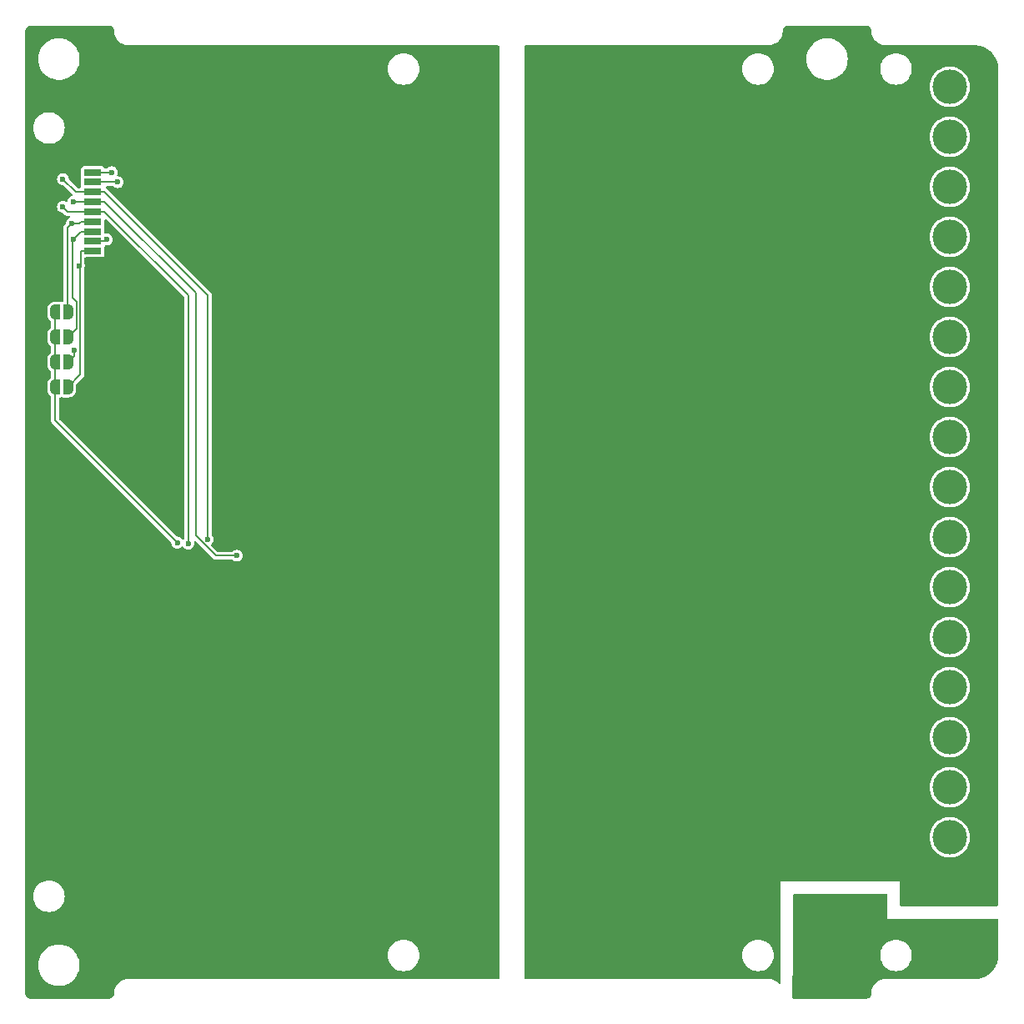
<source format=gbr>
%TF.GenerationSoftware,KiCad,Pcbnew,8.0.6-8.0.6-0~ubuntu24.04.1*%
%TF.CreationDate,2024-12-11T22:00:59+03:00*%
%TF.ProjectId,PM-DI16-DC24sink,504d2d44-4931-4362-9d44-43323473696e,rev?*%
%TF.SameCoordinates,Original*%
%TF.FileFunction,Copper,L2,Bot*%
%TF.FilePolarity,Positive*%
%FSLAX46Y46*%
G04 Gerber Fmt 4.6, Leading zero omitted, Abs format (unit mm)*
G04 Created by KiCad (PCBNEW 8.0.6-8.0.6-0~ubuntu24.04.1) date 2024-12-11 22:00:59*
%MOMM*%
%LPD*%
G01*
G04 APERTURE LIST*
G04 Aperture macros list*
%AMFreePoly0*
4,1,19,0.500000,-0.750000,0.000000,-0.750000,0.000000,-0.744911,-0.071157,-0.744911,-0.207708,-0.704816,-0.327430,-0.627875,-0.420627,-0.520320,-0.479746,-0.390866,-0.500000,-0.250000,-0.500000,0.250000,-0.479746,0.390866,-0.420627,0.520320,-0.327430,0.627875,-0.207708,0.704816,-0.071157,0.744911,0.000000,0.744911,0.000000,0.750000,0.500000,0.750000,0.500000,-0.750000,0.500000,-0.750000,
$1*%
%AMFreePoly1*
4,1,19,0.000000,0.744911,0.071157,0.744911,0.207708,0.704816,0.327430,0.627875,0.420627,0.520320,0.479746,0.390866,0.500000,0.250000,0.500000,-0.250000,0.479746,-0.390866,0.420627,-0.520320,0.327430,-0.627875,0.207708,-0.704816,0.071157,-0.744911,0.000000,-0.744911,0.000000,-0.750000,-0.500000,-0.750000,-0.500000,0.750000,0.000000,0.750000,0.000000,0.744911,0.000000,0.744911,
$1*%
G04 Aperture macros list end*
%TA.AperFunction,ComponentPad*%
%ADD10O,6.350000X6.350000*%
%TD*%
%TA.AperFunction,ComponentPad*%
%ADD11R,3.500000X3.500000*%
%TD*%
%TA.AperFunction,ComponentPad*%
%ADD12C,3.500000*%
%TD*%
%TA.AperFunction,SMDPad,CuDef*%
%ADD13FreePoly0,180.000000*%
%TD*%
%TA.AperFunction,SMDPad,CuDef*%
%ADD14FreePoly1,180.000000*%
%TD*%
%TA.AperFunction,SMDPad,CuDef*%
%ADD15R,1.803400X0.635000*%
%TD*%
%TA.AperFunction,SMDPad,CuDef*%
%ADD16R,2.997200X2.590800*%
%TD*%
%TA.AperFunction,ViaPad*%
%ADD17C,0.600000*%
%TD*%
%TA.AperFunction,Conductor*%
%ADD18C,0.200000*%
%TD*%
G04 APERTURE END LIST*
D10*
%TO.P,PE1,1*%
%TO.N,PE*%
X32000000Y-46000000D03*
%TD*%
D11*
%TO.P,J1,1,Pin_1*%
%TO.N,PE*%
X44450000Y-43180000D03*
D12*
%TO.P,J1,2,Pin_2*%
%TO.N,FGND*%
X44450000Y-38100000D03*
%TO.P,J1,3,Pin_3*%
%TO.N,/b0.7*%
X44450000Y-33020000D03*
%TO.P,J1,4,Pin_4*%
%TO.N,/b0.6*%
X44450000Y-27940000D03*
%TO.P,J1,5,Pin_5*%
%TO.N,/b0.5*%
X44450000Y-22860000D03*
%TO.P,J1,6,Pin_6*%
%TO.N,/b0.4*%
X44450000Y-17780000D03*
%TO.P,J1,7,Pin_7*%
%TO.N,/b0.3*%
X44450000Y-12700000D03*
%TO.P,J1,8,Pin_8*%
%TO.N,/b0.2*%
X44450000Y-7620000D03*
%TO.P,J1,9,Pin_9*%
%TO.N,/b0.1*%
X44450000Y-2540000D03*
%TO.P,J1,10,Pin_10*%
%TO.N,/b0.0*%
X44450000Y2540000D03*
%TO.P,J1,11,Pin_11*%
%TO.N,/a0.7*%
X44450000Y7620000D03*
%TO.P,J1,12,Pin_12*%
%TO.N,/a0.6*%
X44450000Y12700000D03*
%TO.P,J1,13,Pin_13*%
%TO.N,/a0.5*%
X44450000Y17780000D03*
%TO.P,J1,14,Pin_14*%
%TO.N,/a0.4*%
X44450000Y22860000D03*
%TO.P,J1,15,Pin_15*%
%TO.N,/a0.3*%
X44450000Y27940000D03*
%TO.P,J1,16,Pin_16*%
%TO.N,/a0.2*%
X44450000Y33020000D03*
%TO.P,J1,17,Pin_17*%
%TO.N,/a0.1*%
X44450000Y38100000D03*
%TO.P,J1,18,Pin_18*%
%TO.N,/a0.0*%
X44450000Y43180000D03*
%TD*%
D13*
%TO.P,JP1,1,A*%
%TO.N,/subplates/CS0*%
X-45070000Y20320000D03*
D14*
%TO.P,JP1,2,B*%
%TO.N,/CS*%
X-46370000Y20320000D03*
%TD*%
D13*
%TO.P,JP4,1,A*%
%TO.N,/subplates/CS3*%
X-45070000Y12700000D03*
D14*
%TO.P,JP4,2,B*%
%TO.N,/CS*%
X-46370000Y12700000D03*
%TD*%
D13*
%TO.P,JP2,1,A*%
%TO.N,/subplates/CS1*%
X-45070000Y17780000D03*
D14*
%TO.P,JP2,2,B*%
%TO.N,/CS*%
X-46370000Y17780000D03*
%TD*%
D15*
%TO.P,J9,1,Pin_1*%
%TO.N,/subplates/+5V*%
X-42556000Y34499991D03*
%TO.P,J9,2,Pin_2*%
%TO.N,+3.3V*%
X-42556000Y33499993D03*
%TO.P,J9,3,Pin_3*%
%TO.N,/MOSI*%
X-42556000Y32499995D03*
%TO.P,J9,4,Pin_4*%
%TO.N,/MISO*%
X-42556000Y31499997D03*
%TO.P,J9,5,Pin_5*%
%TO.N,/SCK*%
X-42556000Y30499999D03*
%TO.P,J9,6,Pin_6*%
%TO.N,/subplates/CS0*%
X-42556000Y29500001D03*
%TO.P,J9,7,Pin_7*%
%TO.N,/subplates/CS1*%
X-42556000Y28500003D03*
%TO.P,J9,8,Pin_8*%
%TO.N,/subplates/CS2*%
X-42556000Y27500005D03*
%TO.P,J9,9,Pin_9*%
%TO.N,/subplates/CS3*%
X-42556000Y26500007D03*
%TO.P,J9,10,Pin_10*%
%TO.N,GND*%
X-42556000Y25500009D03*
D16*
%TO.P,J9,11,Pin_11*%
X-40385999Y36850002D03*
X-40385999Y23149998D03*
%TD*%
D13*
%TO.P,JP3,1,A*%
%TO.N,/subplates/CS2*%
X-45070000Y15240000D03*
D14*
%TO.P,JP3,2,B*%
%TO.N,/CS*%
X-46370000Y15240000D03*
%TD*%
D17*
%TO.N,GND*%
X-10353600Y37791100D03*
X-4166000Y17676800D03*
X-4165600Y37454600D03*
X-4177400Y27896900D03*
X-24398400Y36765400D03*
X-25964000Y-34555700D03*
X-4162100Y-27832900D03*
X-8007800Y4896400D03*
X-8010900Y16177000D03*
X-4152600Y-12984500D03*
X-4165700Y-2857700D03*
X-4161900Y-17335200D03*
X-10353100Y-35977000D03*
X-4192300Y-23177500D03*
X-8244100Y-24074800D03*
X-35089700Y-3114200D03*
X-4152700Y33136500D03*
X-10362700Y25350600D03*
X-10374100Y36320500D03*
X-4162500Y-33337500D03*
X-10252300Y-1470200D03*
X-4163400Y13017500D03*
X-10378900Y-33505900D03*
X-7984000Y18177600D03*
X-10353600Y-4661500D03*
X-39830000Y21345900D03*
X-10349300Y27941800D03*
X-22386000Y21344500D03*
X-10247300Y-16304800D03*
X-4167000Y2764000D03*
X-42407800Y36765400D03*
X-4163100Y23249800D03*
X-29034400Y4412200D03*
X-7998400Y-13051700D03*
X-4182600Y-37747600D03*
X-7983200Y-24999800D03*
X-10372200Y7362600D03*
X-22386000Y-21344100D03*
X-4177500Y7528300D03*
X-4185700Y-7373900D03*
%TO.N,/MOSI*%
X-45588200Y33824200D03*
X-30882200Y-2762700D03*
%TO.N,/MISO*%
X-27957000Y-4427400D03*
X-44519500Y31500000D03*
%TO.N,/SCK*%
X-45588200Y30976800D03*
X-32867900Y-3174300D03*
%TO.N,+3.3V*%
X-40030000Y33500000D03*
%TO.N,/CS*%
X-33978800Y-3089600D03*
%TO.N,/subplates/+5V*%
X-40629900Y34500000D03*
%TO.N,/subplates/CS3*%
X-43973900Y25000600D03*
%TO.N,/subplates/CS2*%
X-41143800Y27670400D03*
X-44454300Y16399500D03*
%TO.N,/subplates/CS1*%
X-44543800Y27715600D03*
%TO.N,/subplates/CS0*%
X-44705900Y29292600D03*
%TD*%
D18*
%TO.N,GND*%
X-42556000Y25500009D02*
X-42556000Y25319999D01*
X-42556000Y25319999D02*
X-40385999Y23149998D01*
%TO.N,/MOSI*%
X-30882200Y22029600D02*
X-30882200Y-2762700D01*
X-42556000Y32500000D02*
X-41352600Y32500000D01*
X-44264000Y32500000D02*
X-42556000Y32500000D01*
X-41352600Y32500000D02*
X-30882200Y22029600D01*
X-45588200Y33824200D02*
X-44264000Y32500000D01*
%TO.N,/MISO*%
X-41352600Y31500000D02*
X-32099400Y22246800D01*
X-44519500Y31500000D02*
X-42556000Y31500000D01*
X-30074200Y-4427400D02*
X-27957000Y-4427400D01*
X-32099400Y22246800D02*
X-32099400Y-2402200D01*
X-32099400Y-2402200D02*
X-30074200Y-4427400D01*
X-42556000Y31500000D02*
X-41352600Y31500000D01*
%TO.N,/SCK*%
X-45588200Y30976800D02*
X-45111400Y30500000D01*
X-41352600Y30500000D02*
X-32867900Y22015300D01*
X-32867900Y22015300D02*
X-32867900Y-3174300D01*
X-42556000Y30500000D02*
X-41352600Y30500000D01*
X-45111400Y30500000D02*
X-42556000Y30500000D01*
%TO.N,+3.3V*%
X-42556000Y33500000D02*
X-40030000Y33500000D01*
%TO.N,/CS*%
X-46370000Y9301600D02*
X-33978800Y-3089600D01*
X-46370000Y20320000D02*
X-46370000Y17780000D01*
X-46370000Y15240000D02*
X-46370000Y12700000D01*
X-46370000Y12700000D02*
X-46370000Y9301600D01*
X-46370000Y17780000D02*
X-46370000Y15240000D01*
%TO.N,/subplates/+5V*%
X-42556000Y34500000D02*
X-40629900Y34500000D01*
%TO.N,/subplates/CS3*%
X-43973900Y25000600D02*
X-43810900Y24837600D01*
X-42556000Y26500000D02*
X-43759400Y26500000D01*
X-43759400Y26500000D02*
X-43759400Y25215100D01*
X-43810900Y24837600D02*
X-43810900Y13959100D01*
X-43810900Y13959100D02*
X-45070000Y12700000D01*
X-43759400Y25215100D02*
X-43973900Y25000600D01*
%TO.N,/subplates/CS2*%
X-41182200Y27670400D02*
X-41352600Y27500000D01*
X-41143800Y27670400D02*
X-41182200Y27670400D01*
X-45070000Y15240000D02*
X-44454300Y15855700D01*
X-42556000Y27500000D02*
X-41352600Y27500000D01*
X-44454300Y15855700D02*
X-44454300Y16399500D01*
%TO.N,/subplates/CS1*%
X-44224000Y21357300D02*
X-44603300Y21736600D01*
X-44603300Y21736600D02*
X-44603300Y27656100D01*
X-44224000Y18626000D02*
X-44224000Y21357300D01*
X-45070000Y17780000D02*
X-44224000Y18626000D01*
X-43759400Y28500000D02*
X-44543800Y27715600D01*
X-42556000Y28500000D02*
X-43759400Y28500000D01*
X-44603300Y27656100D02*
X-44543800Y27715600D01*
%TO.N,/subplates/CS0*%
X-45148500Y20398500D02*
X-45070000Y20320000D01*
X-43966800Y29292600D02*
X-44705900Y29292600D01*
X-43759400Y29500000D02*
X-43966800Y29292600D01*
X-42556000Y29500000D02*
X-43759400Y29500000D01*
X-45148500Y28850000D02*
X-45148500Y20398500D01*
X-44705900Y29292600D02*
X-45148500Y28850000D01*
%TD*%
%TA.AperFunction,Conductor*%
%TO.N,PE*%
G36*
X38043039Y-38754685D02*
G01*
X38088794Y-38807489D01*
X38100000Y-38859000D01*
X38100000Y-41275000D01*
X49275500Y-41275000D01*
X49342539Y-41294685D01*
X49388294Y-41347489D01*
X49399500Y-41399000D01*
X49399500Y-44996249D01*
X49399274Y-45003736D01*
X49382457Y-45281741D01*
X49380652Y-45296605D01*
X49331126Y-45566862D01*
X49327542Y-45581402D01*
X49245803Y-45843709D01*
X49240494Y-45857709D01*
X49127729Y-46108264D01*
X49120770Y-46121523D01*
X48978630Y-46356652D01*
X48970124Y-46368975D01*
X48800675Y-46585261D01*
X48790745Y-46596469D01*
X48596469Y-46790745D01*
X48585261Y-46800675D01*
X48368975Y-46970124D01*
X48356652Y-46978630D01*
X48121523Y-47120770D01*
X48108264Y-47127729D01*
X47857709Y-47240494D01*
X47843709Y-47245803D01*
X47581402Y-47327542D01*
X47566862Y-47331126D01*
X47296605Y-47380652D01*
X47281741Y-47382457D01*
X47003736Y-47399274D01*
X46996249Y-47399500D01*
X37892682Y-47399500D01*
X37680235Y-47430044D01*
X37680225Y-47430047D01*
X37474284Y-47490517D01*
X37279061Y-47579672D01*
X37279048Y-47579679D01*
X37098485Y-47695720D01*
X36936275Y-47836275D01*
X36795720Y-47998485D01*
X36679679Y-48179048D01*
X36679672Y-48179061D01*
X36590517Y-48374284D01*
X36530047Y-48580225D01*
X36530044Y-48580235D01*
X36499500Y-48792682D01*
X36499500Y-48893038D01*
X36498720Y-48906923D01*
X36488540Y-48997264D01*
X36482362Y-49024333D01*
X36454648Y-49103537D01*
X36442600Y-49128555D01*
X36397957Y-49199604D01*
X36380644Y-49221313D01*
X36321313Y-49280644D01*
X36299604Y-49297957D01*
X36228555Y-49342600D01*
X36203537Y-49354648D01*
X36124333Y-49382362D01*
X36097264Y-49388540D01*
X36017075Y-49397576D01*
X36006921Y-49398720D01*
X35993038Y-49399500D01*
X28588054Y-49399500D01*
X28521015Y-49379815D01*
X28475260Y-49327011D01*
X28464061Y-49274195D01*
X28464618Y-49221313D01*
X28509053Y-45000000D01*
X37394551Y-45000000D01*
X37414317Y-45251151D01*
X37473126Y-45496110D01*
X37569533Y-45728859D01*
X37701160Y-45943653D01*
X37701161Y-45943656D01*
X37701164Y-45943659D01*
X37864776Y-46135224D01*
X37964391Y-46220303D01*
X38056343Y-46298838D01*
X38056346Y-46298839D01*
X38271140Y-46430466D01*
X38503889Y-46526873D01*
X38748852Y-46585683D01*
X39000000Y-46605449D01*
X39251148Y-46585683D01*
X39496111Y-46526873D01*
X39728859Y-46430466D01*
X39943659Y-46298836D01*
X40135224Y-46135224D01*
X40298836Y-45943659D01*
X40430466Y-45728859D01*
X40526873Y-45496111D01*
X40585683Y-45251148D01*
X40605449Y-45000000D01*
X40585683Y-44748852D01*
X40526873Y-44503889D01*
X40430466Y-44271141D01*
X40430466Y-44271140D01*
X40298839Y-44056346D01*
X40298838Y-44056343D01*
X40261875Y-44013066D01*
X40135224Y-43864776D01*
X40008571Y-43756604D01*
X39943656Y-43701161D01*
X39943653Y-43701160D01*
X39728859Y-43569533D01*
X39496110Y-43473126D01*
X39251151Y-43414317D01*
X39000000Y-43394551D01*
X38748848Y-43414317D01*
X38503889Y-43473126D01*
X38271140Y-43569533D01*
X38056346Y-43701160D01*
X38056343Y-43701161D01*
X37864776Y-43864776D01*
X37701161Y-44056343D01*
X37701160Y-44056346D01*
X37569533Y-44271140D01*
X37473126Y-44503889D01*
X37414317Y-44748848D01*
X37394551Y-45000000D01*
X28509053Y-45000000D01*
X28573708Y-38857693D01*
X28594097Y-38790866D01*
X28647380Y-38745670D01*
X28697701Y-38735000D01*
X37976000Y-38735000D01*
X38043039Y-38754685D01*
G37*
%TD.AperFunction*%
%TD*%
%TA.AperFunction,Conductor*%
%TO.N,FGND*%
G36*
X36006922Y49398720D02*
G01*
X36097266Y49388541D01*
X36124331Y49382364D01*
X36203540Y49354648D01*
X36228553Y49342602D01*
X36299606Y49297957D01*
X36321313Y49280645D01*
X36380644Y49221314D01*
X36397957Y49199605D01*
X36442600Y49128556D01*
X36454648Y49103538D01*
X36482362Y49024334D01*
X36488540Y48997265D01*
X36498720Y48906924D01*
X36499500Y48893039D01*
X36499500Y48792683D01*
X36530044Y48580236D01*
X36530047Y48580226D01*
X36590517Y48374285D01*
X36679672Y48179062D01*
X36679679Y48179049D01*
X36795720Y47998486D01*
X36936275Y47836276D01*
X37060277Y47728828D01*
X37098487Y47695719D01*
X37227531Y47612789D01*
X37279048Y47579680D01*
X37279061Y47579673D01*
X37474284Y47490518D01*
X37474288Y47490517D01*
X37474290Y47490516D01*
X37680231Y47430046D01*
X37680232Y47430046D01*
X37680235Y47430045D01*
X37743584Y47420938D01*
X37892682Y47399500D01*
X37934108Y47399500D01*
X46934108Y47399500D01*
X46996249Y47399500D01*
X47003736Y47399274D01*
X47281742Y47382458D01*
X47296605Y47380653D01*
X47371845Y47366865D01*
X47566866Y47331126D01*
X47581395Y47327545D01*
X47843713Y47245803D01*
X47857709Y47240495D01*
X48108264Y47127730D01*
X48121522Y47120772D01*
X48356658Y46978627D01*
X48368969Y46970129D01*
X48536603Y46838797D01*
X48585261Y46800676D01*
X48596469Y46790746D01*
X48790745Y46596470D01*
X48800675Y46585262D01*
X48814174Y46568032D01*
X48948023Y46397185D01*
X48970124Y46368976D01*
X48978630Y46356653D01*
X49120770Y46121524D01*
X49127729Y46108265D01*
X49240494Y45857710D01*
X49245803Y45843710D01*
X49327542Y45581403D01*
X49331126Y45566863D01*
X49380652Y45296606D01*
X49382457Y45281742D01*
X49399274Y45003737D01*
X49399500Y44996250D01*
X49399500Y-39881000D01*
X49379815Y-39948039D01*
X49327011Y-39993794D01*
X49275500Y-40005000D01*
X39494000Y-40005000D01*
X39426961Y-39985315D01*
X39381206Y-39932511D01*
X39370000Y-39881000D01*
X39370000Y-37465000D01*
X27305000Y-37465000D01*
X27305000Y-47782265D01*
X27285315Y-47849304D01*
X27232511Y-47895059D01*
X27163353Y-47905003D01*
X27099797Y-47875978D01*
X27087288Y-47863469D01*
X27063724Y-47836276D01*
X26901514Y-47695720D01*
X26901513Y-47695719D01*
X26824634Y-47646312D01*
X26720951Y-47579679D01*
X26720938Y-47579672D01*
X26525715Y-47490517D01*
X26319774Y-47430047D01*
X26319764Y-47430044D01*
X26128754Y-47402582D01*
X26107318Y-47399500D01*
X26065892Y-47399500D01*
X1394000Y-47399500D01*
X1326961Y-47379815D01*
X1281206Y-47327011D01*
X1270000Y-47275500D01*
X1270000Y-45000000D01*
X23394551Y-45000000D01*
X23414317Y-45251151D01*
X23473126Y-45496110D01*
X23569533Y-45728859D01*
X23701160Y-45943653D01*
X23701161Y-45943656D01*
X23701164Y-45943659D01*
X23864776Y-46135224D01*
X23964391Y-46220303D01*
X24056343Y-46298838D01*
X24056346Y-46298839D01*
X24271140Y-46430466D01*
X24503889Y-46526873D01*
X24748852Y-46585683D01*
X25000000Y-46605449D01*
X25251148Y-46585683D01*
X25496111Y-46526873D01*
X25728859Y-46430466D01*
X25943659Y-46298836D01*
X26135224Y-46135224D01*
X26298836Y-45943659D01*
X26430466Y-45728859D01*
X26526873Y-45496111D01*
X26585683Y-45251148D01*
X26605449Y-45000000D01*
X26585683Y-44748852D01*
X26526873Y-44503889D01*
X26430466Y-44271141D01*
X26430466Y-44271140D01*
X26298839Y-44056346D01*
X26298838Y-44056343D01*
X26261875Y-44013066D01*
X26135224Y-43864776D01*
X26008571Y-43756604D01*
X25943656Y-43701161D01*
X25943653Y-43701160D01*
X25728859Y-43569533D01*
X25496110Y-43473126D01*
X25251151Y-43414317D01*
X25000000Y-43394551D01*
X24748848Y-43414317D01*
X24503889Y-43473126D01*
X24271140Y-43569533D01*
X24056346Y-43701160D01*
X24056343Y-43701161D01*
X23864776Y-43864776D01*
X23701161Y-44056343D01*
X23701160Y-44056346D01*
X23569533Y-44271140D01*
X23473126Y-44503889D01*
X23414317Y-44748848D01*
X23394551Y-45000000D01*
X1270000Y-45000000D01*
X1270000Y-33020000D01*
X42394709Y-33020000D01*
X42413851Y-33299862D01*
X42413852Y-33299864D01*
X42470921Y-33574499D01*
X42470926Y-33574516D01*
X42564863Y-33838828D01*
X42564864Y-33838830D01*
X42693919Y-34087896D01*
X42855688Y-34317069D01*
X42855692Y-34317073D01*
X42855692Y-34317074D01*
X43047154Y-34522080D01*
X43047155Y-34522081D01*
X43264754Y-34699111D01*
X43264756Y-34699112D01*
X43264757Y-34699113D01*
X43504433Y-34844863D01*
X43713257Y-34935567D01*
X43761725Y-34956620D01*
X44031839Y-35032303D01*
X44276159Y-35065884D01*
X44309741Y-35070500D01*
X44309742Y-35070500D01*
X44590259Y-35070500D01*
X44620219Y-35066381D01*
X44868161Y-35032303D01*
X45138275Y-34956620D01*
X45395568Y-34844862D01*
X45635246Y-34699111D01*
X45852845Y-34522081D01*
X46044312Y-34317069D01*
X46206081Y-34087896D01*
X46335136Y-33838830D01*
X46429075Y-33574511D01*
X46429076Y-33574504D01*
X46429078Y-33574499D01*
X46455571Y-33447005D01*
X46486148Y-33299862D01*
X46505291Y-33020000D01*
X46486148Y-32740138D01*
X46466443Y-32645315D01*
X46429078Y-32465500D01*
X46429073Y-32465483D01*
X46335136Y-32201171D01*
X46335136Y-32201170D01*
X46206081Y-31952104D01*
X46044312Y-31722931D01*
X46044307Y-31722925D01*
X45852845Y-31517919D01*
X45635242Y-31340886D01*
X45395566Y-31195136D01*
X45138276Y-31083380D01*
X44868166Y-31007698D01*
X44868162Y-31007697D01*
X44868161Y-31007697D01*
X44729209Y-30988598D01*
X44590259Y-30969500D01*
X44590258Y-30969500D01*
X44309742Y-30969500D01*
X44309741Y-30969500D01*
X44031839Y-31007697D01*
X44031833Y-31007698D01*
X43761723Y-31083380D01*
X43504433Y-31195136D01*
X43264757Y-31340886D01*
X43047154Y-31517919D01*
X42855692Y-31722925D01*
X42855692Y-31722926D01*
X42693919Y-31952103D01*
X42564863Y-32201171D01*
X42470926Y-32465483D01*
X42470921Y-32465500D01*
X42413852Y-32740135D01*
X42413851Y-32740137D01*
X42394709Y-33020000D01*
X1270000Y-33020000D01*
X1270000Y-27940000D01*
X42394709Y-27940000D01*
X42413851Y-28219862D01*
X42413852Y-28219864D01*
X42470921Y-28494499D01*
X42470926Y-28494516D01*
X42564863Y-28758828D01*
X42564864Y-28758830D01*
X42693919Y-29007896D01*
X42855688Y-29237069D01*
X42855692Y-29237073D01*
X42855692Y-29237074D01*
X43047154Y-29442080D01*
X43047155Y-29442081D01*
X43264754Y-29619111D01*
X43264756Y-29619112D01*
X43264757Y-29619113D01*
X43504433Y-29764863D01*
X43713257Y-29855567D01*
X43761725Y-29876620D01*
X44031839Y-29952303D01*
X44276159Y-29985884D01*
X44309741Y-29990500D01*
X44309742Y-29990500D01*
X44590259Y-29990500D01*
X44620219Y-29986381D01*
X44868161Y-29952303D01*
X45138275Y-29876620D01*
X45395568Y-29764862D01*
X45635246Y-29619111D01*
X45852845Y-29442081D01*
X46044312Y-29237069D01*
X46206081Y-29007896D01*
X46335136Y-28758830D01*
X46429075Y-28494511D01*
X46429076Y-28494504D01*
X46429078Y-28494499D01*
X46455571Y-28367005D01*
X46486148Y-28219862D01*
X46505291Y-27940000D01*
X46486148Y-27660138D01*
X46466443Y-27565315D01*
X46429078Y-27385500D01*
X46429073Y-27385483D01*
X46335136Y-27121171D01*
X46335136Y-27121170D01*
X46206081Y-26872104D01*
X46044312Y-26642931D01*
X46044307Y-26642925D01*
X45852845Y-26437919D01*
X45635242Y-26260886D01*
X45395566Y-26115136D01*
X45138276Y-26003380D01*
X44868166Y-25927698D01*
X44868162Y-25927697D01*
X44868161Y-25927697D01*
X44729209Y-25908598D01*
X44590259Y-25889500D01*
X44590258Y-25889500D01*
X44309742Y-25889500D01*
X44309741Y-25889500D01*
X44031839Y-25927697D01*
X44031833Y-25927698D01*
X43761723Y-26003380D01*
X43504433Y-26115136D01*
X43264757Y-26260886D01*
X43047154Y-26437919D01*
X42855692Y-26642925D01*
X42855692Y-26642926D01*
X42693919Y-26872103D01*
X42564863Y-27121171D01*
X42470926Y-27385483D01*
X42470921Y-27385500D01*
X42413852Y-27660135D01*
X42413851Y-27660137D01*
X42394709Y-27940000D01*
X1270000Y-27940000D01*
X1270000Y-22860000D01*
X42394709Y-22860000D01*
X42413851Y-23139862D01*
X42413852Y-23139864D01*
X42470921Y-23414499D01*
X42470926Y-23414516D01*
X42564863Y-23678828D01*
X42564864Y-23678830D01*
X42693919Y-23927896D01*
X42855688Y-24157069D01*
X42855692Y-24157073D01*
X42855692Y-24157074D01*
X43047154Y-24362080D01*
X43047155Y-24362081D01*
X43264754Y-24539111D01*
X43264756Y-24539112D01*
X43264757Y-24539113D01*
X43504433Y-24684863D01*
X43713257Y-24775567D01*
X43761725Y-24796620D01*
X44031839Y-24872303D01*
X44276159Y-24905884D01*
X44309741Y-24910500D01*
X44309742Y-24910500D01*
X44590259Y-24910500D01*
X44620219Y-24906381D01*
X44868161Y-24872303D01*
X45138275Y-24796620D01*
X45395568Y-24684862D01*
X45635246Y-24539111D01*
X45852845Y-24362081D01*
X46044312Y-24157069D01*
X46206081Y-23927896D01*
X46335136Y-23678830D01*
X46429075Y-23414511D01*
X46429076Y-23414504D01*
X46429078Y-23414499D01*
X46455571Y-23287005D01*
X46486148Y-23139862D01*
X46505291Y-22860000D01*
X46486148Y-22580138D01*
X46466443Y-22485315D01*
X46429078Y-22305500D01*
X46429073Y-22305483D01*
X46335136Y-22041171D01*
X46335136Y-22041170D01*
X46206081Y-21792104D01*
X46044312Y-21562931D01*
X46044307Y-21562925D01*
X45852845Y-21357919D01*
X45635242Y-21180886D01*
X45395566Y-21035136D01*
X45138276Y-20923380D01*
X44868166Y-20847698D01*
X44868162Y-20847697D01*
X44868161Y-20847697D01*
X44729209Y-20828598D01*
X44590259Y-20809500D01*
X44590258Y-20809500D01*
X44309742Y-20809500D01*
X44309741Y-20809500D01*
X44031839Y-20847697D01*
X44031833Y-20847698D01*
X43761723Y-20923380D01*
X43504433Y-21035136D01*
X43264757Y-21180886D01*
X43047154Y-21357919D01*
X42855692Y-21562925D01*
X42855692Y-21562926D01*
X42693919Y-21792103D01*
X42564863Y-22041171D01*
X42470926Y-22305483D01*
X42470921Y-22305500D01*
X42413852Y-22580135D01*
X42413851Y-22580137D01*
X42394709Y-22860000D01*
X1270000Y-22860000D01*
X1270000Y-17780000D01*
X42394709Y-17780000D01*
X42413851Y-18059862D01*
X42413852Y-18059864D01*
X42470921Y-18334499D01*
X42470926Y-18334516D01*
X42564863Y-18598828D01*
X42564864Y-18598830D01*
X42693919Y-18847896D01*
X42855688Y-19077069D01*
X42855692Y-19077073D01*
X42855692Y-19077074D01*
X43047154Y-19282080D01*
X43047155Y-19282081D01*
X43264754Y-19459111D01*
X43264756Y-19459112D01*
X43264757Y-19459113D01*
X43504433Y-19604863D01*
X43713257Y-19695567D01*
X43761725Y-19716620D01*
X44031839Y-19792303D01*
X44276159Y-19825884D01*
X44309741Y-19830500D01*
X44309742Y-19830500D01*
X44590259Y-19830500D01*
X44620219Y-19826381D01*
X44868161Y-19792303D01*
X45138275Y-19716620D01*
X45395568Y-19604862D01*
X45635246Y-19459111D01*
X45852845Y-19282081D01*
X46044312Y-19077069D01*
X46206081Y-18847896D01*
X46335136Y-18598830D01*
X46429075Y-18334511D01*
X46429076Y-18334504D01*
X46429078Y-18334499D01*
X46455571Y-18207005D01*
X46486148Y-18059862D01*
X46505291Y-17780000D01*
X46486148Y-17500138D01*
X46466443Y-17405315D01*
X46429078Y-17225500D01*
X46429073Y-17225483D01*
X46335136Y-16961171D01*
X46335136Y-16961170D01*
X46206081Y-16712104D01*
X46044312Y-16482931D01*
X46044307Y-16482925D01*
X45852845Y-16277919D01*
X45635242Y-16100886D01*
X45395566Y-15955136D01*
X45138276Y-15843380D01*
X44868166Y-15767698D01*
X44868162Y-15767697D01*
X44868161Y-15767697D01*
X44729209Y-15748598D01*
X44590259Y-15729500D01*
X44590258Y-15729500D01*
X44309742Y-15729500D01*
X44309741Y-15729500D01*
X44031839Y-15767697D01*
X44031833Y-15767698D01*
X43761723Y-15843380D01*
X43504433Y-15955136D01*
X43264757Y-16100886D01*
X43047154Y-16277919D01*
X42855692Y-16482925D01*
X42855692Y-16482926D01*
X42693919Y-16712103D01*
X42564863Y-16961171D01*
X42470926Y-17225483D01*
X42470921Y-17225500D01*
X42413852Y-17500135D01*
X42413851Y-17500137D01*
X42394709Y-17780000D01*
X1270000Y-17780000D01*
X1270000Y-12700000D01*
X42394709Y-12700000D01*
X42413851Y-12979862D01*
X42413852Y-12979864D01*
X42470921Y-13254499D01*
X42470926Y-13254516D01*
X42564863Y-13518828D01*
X42564864Y-13518830D01*
X42693919Y-13767896D01*
X42855688Y-13997069D01*
X42855692Y-13997073D01*
X42855692Y-13997074D01*
X43047154Y-14202080D01*
X43047155Y-14202081D01*
X43264754Y-14379111D01*
X43264756Y-14379112D01*
X43264757Y-14379113D01*
X43504433Y-14524863D01*
X43713257Y-14615567D01*
X43761725Y-14636620D01*
X44031839Y-14712303D01*
X44276159Y-14745884D01*
X44309741Y-14750500D01*
X44309742Y-14750500D01*
X44590259Y-14750500D01*
X44620219Y-14746381D01*
X44868161Y-14712303D01*
X45138275Y-14636620D01*
X45395568Y-14524862D01*
X45635246Y-14379111D01*
X45852845Y-14202081D01*
X46044312Y-13997069D01*
X46206081Y-13767896D01*
X46335136Y-13518830D01*
X46429075Y-13254511D01*
X46429076Y-13254504D01*
X46429078Y-13254499D01*
X46455571Y-13127005D01*
X46486148Y-12979862D01*
X46505291Y-12700000D01*
X46486148Y-12420138D01*
X46466443Y-12325315D01*
X46429078Y-12145500D01*
X46429073Y-12145483D01*
X46335136Y-11881171D01*
X46335136Y-11881170D01*
X46206081Y-11632104D01*
X46044312Y-11402931D01*
X46044307Y-11402925D01*
X45852845Y-11197919D01*
X45635242Y-11020886D01*
X45395566Y-10875136D01*
X45138276Y-10763380D01*
X44868166Y-10687698D01*
X44868162Y-10687697D01*
X44868161Y-10687697D01*
X44729209Y-10668598D01*
X44590259Y-10649500D01*
X44590258Y-10649500D01*
X44309742Y-10649500D01*
X44309741Y-10649500D01*
X44031839Y-10687697D01*
X44031833Y-10687698D01*
X43761723Y-10763380D01*
X43504433Y-10875136D01*
X43264757Y-11020886D01*
X43047154Y-11197919D01*
X42855692Y-11402925D01*
X42855692Y-11402926D01*
X42693919Y-11632103D01*
X42564863Y-11881171D01*
X42470926Y-12145483D01*
X42470921Y-12145500D01*
X42413852Y-12420135D01*
X42413851Y-12420137D01*
X42394709Y-12700000D01*
X1270000Y-12700000D01*
X1270000Y-7620000D01*
X42394709Y-7620000D01*
X42413851Y-7899862D01*
X42413852Y-7899864D01*
X42470921Y-8174499D01*
X42470926Y-8174516D01*
X42564863Y-8438828D01*
X42564864Y-8438830D01*
X42693919Y-8687896D01*
X42855688Y-8917069D01*
X42855692Y-8917073D01*
X42855692Y-8917074D01*
X43047154Y-9122080D01*
X43047155Y-9122081D01*
X43264754Y-9299111D01*
X43264756Y-9299112D01*
X43264757Y-9299113D01*
X43504433Y-9444863D01*
X43713257Y-9535567D01*
X43761725Y-9556620D01*
X44031839Y-9632303D01*
X44276159Y-9665884D01*
X44309741Y-9670500D01*
X44309742Y-9670500D01*
X44590259Y-9670500D01*
X44620219Y-9666381D01*
X44868161Y-9632303D01*
X45138275Y-9556620D01*
X45395568Y-9444862D01*
X45635246Y-9299111D01*
X45852845Y-9122081D01*
X46044312Y-8917069D01*
X46206081Y-8687896D01*
X46335136Y-8438830D01*
X46429075Y-8174511D01*
X46429076Y-8174504D01*
X46429078Y-8174499D01*
X46455571Y-8047005D01*
X46486148Y-7899862D01*
X46505291Y-7620000D01*
X46486148Y-7340138D01*
X46466443Y-7245315D01*
X46429078Y-7065500D01*
X46429073Y-7065483D01*
X46335136Y-6801171D01*
X46335136Y-6801170D01*
X46206081Y-6552104D01*
X46044312Y-6322931D01*
X46044307Y-6322925D01*
X45852845Y-6117919D01*
X45635242Y-5940886D01*
X45395566Y-5795136D01*
X45138276Y-5683380D01*
X44868166Y-5607698D01*
X44868162Y-5607697D01*
X44868161Y-5607697D01*
X44729209Y-5588598D01*
X44590259Y-5569500D01*
X44590258Y-5569500D01*
X44309742Y-5569500D01*
X44309741Y-5569500D01*
X44031839Y-5607697D01*
X44031833Y-5607698D01*
X43761723Y-5683380D01*
X43504433Y-5795136D01*
X43264757Y-5940886D01*
X43047154Y-6117919D01*
X42855692Y-6322925D01*
X42855692Y-6322926D01*
X42693919Y-6552103D01*
X42564863Y-6801171D01*
X42470926Y-7065483D01*
X42470921Y-7065500D01*
X42413852Y-7340135D01*
X42413851Y-7340137D01*
X42394709Y-7620000D01*
X1270000Y-7620000D01*
X1270000Y-2540000D01*
X42394709Y-2540000D01*
X42413851Y-2819862D01*
X42413852Y-2819864D01*
X42470921Y-3094499D01*
X42470926Y-3094516D01*
X42564863Y-3358828D01*
X42564864Y-3358830D01*
X42693919Y-3607896D01*
X42855688Y-3837069D01*
X42855692Y-3837073D01*
X42855692Y-3837074D01*
X43047154Y-4042080D01*
X43047155Y-4042081D01*
X43264754Y-4219111D01*
X43264756Y-4219112D01*
X43264757Y-4219113D01*
X43504433Y-4364863D01*
X43713257Y-4455567D01*
X43761725Y-4476620D01*
X44031839Y-4552303D01*
X44276159Y-4585884D01*
X44309741Y-4590500D01*
X44309742Y-4590500D01*
X44590259Y-4590500D01*
X44620219Y-4586381D01*
X44868161Y-4552303D01*
X45138275Y-4476620D01*
X45395568Y-4364862D01*
X45635246Y-4219111D01*
X45852845Y-4042081D01*
X46044312Y-3837069D01*
X46206081Y-3607896D01*
X46335136Y-3358830D01*
X46429075Y-3094511D01*
X46429076Y-3094504D01*
X46429078Y-3094499D01*
X46455571Y-2967005D01*
X46486148Y-2819862D01*
X46505291Y-2540000D01*
X46486148Y-2260138D01*
X46466443Y-2165315D01*
X46429078Y-1985500D01*
X46429073Y-1985483D01*
X46335136Y-1721171D01*
X46335136Y-1721170D01*
X46206081Y-1472104D01*
X46044312Y-1242931D01*
X46044307Y-1242925D01*
X45852845Y-1037919D01*
X45635242Y-860886D01*
X45395566Y-715136D01*
X45138276Y-603380D01*
X44868166Y-527698D01*
X44868162Y-527697D01*
X44868161Y-527697D01*
X44729209Y-508598D01*
X44590259Y-489500D01*
X44590258Y-489500D01*
X44309742Y-489500D01*
X44309741Y-489500D01*
X44031839Y-527697D01*
X44031833Y-527698D01*
X43761723Y-603380D01*
X43504433Y-715136D01*
X43264757Y-860886D01*
X43047154Y-1037919D01*
X42855692Y-1242925D01*
X42855692Y-1242926D01*
X42693919Y-1472103D01*
X42564863Y-1721171D01*
X42470926Y-1985483D01*
X42470921Y-1985500D01*
X42413852Y-2260135D01*
X42413851Y-2260137D01*
X42394709Y-2540000D01*
X1270000Y-2540000D01*
X1270000Y2540000D01*
X42394709Y2540000D01*
X42413851Y2260138D01*
X42413852Y2260136D01*
X42470921Y1985501D01*
X42470926Y1985484D01*
X42564863Y1721172D01*
X42564864Y1721170D01*
X42693919Y1472104D01*
X42855688Y1242931D01*
X42855692Y1242927D01*
X42855692Y1242926D01*
X43047154Y1037920D01*
X43047155Y1037919D01*
X43264754Y860889D01*
X43264756Y860888D01*
X43264757Y860887D01*
X43504433Y715137D01*
X43713257Y624433D01*
X43761725Y603380D01*
X44031839Y527697D01*
X44276159Y494116D01*
X44309741Y489500D01*
X44309742Y489500D01*
X44590259Y489500D01*
X44620219Y493619D01*
X44868161Y527697D01*
X45138275Y603380D01*
X45395568Y715138D01*
X45635246Y860889D01*
X45852845Y1037919D01*
X46044312Y1242931D01*
X46206081Y1472104D01*
X46335136Y1721170D01*
X46429075Y1985489D01*
X46429076Y1985496D01*
X46429078Y1985501D01*
X46455571Y2112995D01*
X46486148Y2260138D01*
X46505291Y2540000D01*
X46486148Y2819862D01*
X46466443Y2914685D01*
X46429078Y3094500D01*
X46429073Y3094517D01*
X46335136Y3358829D01*
X46335136Y3358830D01*
X46206081Y3607896D01*
X46044312Y3837069D01*
X46044307Y3837075D01*
X45852845Y4042081D01*
X45635242Y4219114D01*
X45395566Y4364864D01*
X45138276Y4476620D01*
X44868166Y4552302D01*
X44868162Y4552303D01*
X44868161Y4552303D01*
X44729209Y4571402D01*
X44590259Y4590500D01*
X44590258Y4590500D01*
X44309742Y4590500D01*
X44309741Y4590500D01*
X44031839Y4552303D01*
X44031833Y4552302D01*
X43761723Y4476620D01*
X43504433Y4364864D01*
X43264757Y4219114D01*
X43047154Y4042081D01*
X42855692Y3837075D01*
X42855692Y3837074D01*
X42693919Y3607897D01*
X42564863Y3358829D01*
X42470926Y3094517D01*
X42470921Y3094500D01*
X42413852Y2819865D01*
X42413851Y2819863D01*
X42394709Y2540000D01*
X1270000Y2540000D01*
X1270000Y7620000D01*
X42394709Y7620000D01*
X42413851Y7340138D01*
X42413852Y7340136D01*
X42470921Y7065501D01*
X42470926Y7065484D01*
X42564863Y6801172D01*
X42564864Y6801170D01*
X42693919Y6552104D01*
X42855688Y6322931D01*
X42855692Y6322927D01*
X42855692Y6322926D01*
X43047154Y6117920D01*
X43047155Y6117919D01*
X43264754Y5940889D01*
X43264756Y5940888D01*
X43264757Y5940887D01*
X43504433Y5795137D01*
X43713257Y5704433D01*
X43761725Y5683380D01*
X44031839Y5607697D01*
X44276159Y5574116D01*
X44309741Y5569500D01*
X44309742Y5569500D01*
X44590259Y5569500D01*
X44620219Y5573619D01*
X44868161Y5607697D01*
X45138275Y5683380D01*
X45395568Y5795138D01*
X45635246Y5940889D01*
X45852845Y6117919D01*
X46044312Y6322931D01*
X46206081Y6552104D01*
X46335136Y6801170D01*
X46429075Y7065489D01*
X46429076Y7065496D01*
X46429078Y7065501D01*
X46455571Y7192995D01*
X46486148Y7340138D01*
X46505291Y7620000D01*
X46486148Y7899862D01*
X46466443Y7994685D01*
X46429078Y8174500D01*
X46429073Y8174517D01*
X46335136Y8438829D01*
X46335136Y8438830D01*
X46206081Y8687896D01*
X46044312Y8917069D01*
X46044307Y8917075D01*
X45852845Y9122081D01*
X45635242Y9299114D01*
X45395566Y9444864D01*
X45138276Y9556620D01*
X44868166Y9632302D01*
X44868162Y9632303D01*
X44868161Y9632303D01*
X44729209Y9651402D01*
X44590259Y9670500D01*
X44590258Y9670500D01*
X44309742Y9670500D01*
X44309741Y9670500D01*
X44031839Y9632303D01*
X44031833Y9632302D01*
X43761723Y9556620D01*
X43504433Y9444864D01*
X43264757Y9299114D01*
X43047154Y9122081D01*
X42855692Y8917075D01*
X42855692Y8917074D01*
X42693919Y8687897D01*
X42564863Y8438829D01*
X42470926Y8174517D01*
X42470921Y8174500D01*
X42413852Y7899865D01*
X42413851Y7899863D01*
X42394709Y7620000D01*
X1270000Y7620000D01*
X1270000Y12700000D01*
X42394709Y12700000D01*
X42413851Y12420138D01*
X42413852Y12420136D01*
X42470921Y12145501D01*
X42470926Y12145484D01*
X42564863Y11881172D01*
X42564864Y11881170D01*
X42693919Y11632104D01*
X42855688Y11402931D01*
X42855692Y11402927D01*
X42855692Y11402926D01*
X43047154Y11197920D01*
X43047155Y11197919D01*
X43264754Y11020889D01*
X43264756Y11020888D01*
X43264757Y11020887D01*
X43504433Y10875137D01*
X43713257Y10784433D01*
X43761725Y10763380D01*
X44031839Y10687697D01*
X44276159Y10654116D01*
X44309741Y10649500D01*
X44309742Y10649500D01*
X44590259Y10649500D01*
X44620219Y10653619D01*
X44868161Y10687697D01*
X45138275Y10763380D01*
X45395568Y10875138D01*
X45635246Y11020889D01*
X45852845Y11197919D01*
X46044312Y11402931D01*
X46206081Y11632104D01*
X46335136Y11881170D01*
X46429075Y12145489D01*
X46429076Y12145496D01*
X46429078Y12145501D01*
X46455571Y12272995D01*
X46486148Y12420138D01*
X46505291Y12700000D01*
X46486148Y12979862D01*
X46466443Y13074685D01*
X46429078Y13254500D01*
X46429073Y13254517D01*
X46335136Y13518829D01*
X46335136Y13518830D01*
X46206081Y13767896D01*
X46044312Y13997069D01*
X46044307Y13997075D01*
X45852845Y14202081D01*
X45635242Y14379114D01*
X45395566Y14524864D01*
X45138276Y14636620D01*
X44868166Y14712302D01*
X44868162Y14712303D01*
X44868161Y14712303D01*
X44729209Y14731402D01*
X44590259Y14750500D01*
X44590258Y14750500D01*
X44309742Y14750500D01*
X44309741Y14750500D01*
X44031839Y14712303D01*
X44031833Y14712302D01*
X43761723Y14636620D01*
X43504433Y14524864D01*
X43264757Y14379114D01*
X43047154Y14202081D01*
X42855692Y13997075D01*
X42855692Y13997074D01*
X42693919Y13767897D01*
X42564863Y13518829D01*
X42470926Y13254517D01*
X42470921Y13254500D01*
X42413852Y12979865D01*
X42413851Y12979863D01*
X42394709Y12700000D01*
X1270000Y12700000D01*
X1270000Y17780000D01*
X42394709Y17780000D01*
X42413851Y17500138D01*
X42413852Y17500136D01*
X42470921Y17225501D01*
X42470926Y17225484D01*
X42564863Y16961172D01*
X42564864Y16961170D01*
X42693919Y16712104D01*
X42855688Y16482931D01*
X42855692Y16482927D01*
X42855692Y16482926D01*
X43047154Y16277920D01*
X43047155Y16277919D01*
X43264754Y16100889D01*
X43264756Y16100888D01*
X43264757Y16100887D01*
X43504433Y15955137D01*
X43713257Y15864433D01*
X43761725Y15843380D01*
X44031839Y15767697D01*
X44276159Y15734116D01*
X44309741Y15729500D01*
X44309742Y15729500D01*
X44590259Y15729500D01*
X44620219Y15733619D01*
X44868161Y15767697D01*
X45138275Y15843380D01*
X45395568Y15955138D01*
X45635246Y16100889D01*
X45852845Y16277919D01*
X46044312Y16482931D01*
X46206081Y16712104D01*
X46335136Y16961170D01*
X46429075Y17225489D01*
X46429076Y17225496D01*
X46429078Y17225501D01*
X46455571Y17352995D01*
X46486148Y17500138D01*
X46505291Y17780000D01*
X46486148Y18059862D01*
X46466443Y18154685D01*
X46429078Y18334500D01*
X46429073Y18334517D01*
X46335136Y18598829D01*
X46335136Y18598830D01*
X46206081Y18847896D01*
X46044312Y19077069D01*
X46044307Y19077075D01*
X45852845Y19282081D01*
X45635242Y19459114D01*
X45395566Y19604864D01*
X45138276Y19716620D01*
X44868166Y19792302D01*
X44868162Y19792303D01*
X44868161Y19792303D01*
X44729209Y19811402D01*
X44590259Y19830500D01*
X44590258Y19830500D01*
X44309742Y19830500D01*
X44309741Y19830500D01*
X44031839Y19792303D01*
X44031833Y19792302D01*
X43761723Y19716620D01*
X43504433Y19604864D01*
X43264757Y19459114D01*
X43047154Y19282081D01*
X42855692Y19077075D01*
X42855692Y19077074D01*
X42693919Y18847897D01*
X42564863Y18598829D01*
X42470926Y18334517D01*
X42470921Y18334500D01*
X42413852Y18059865D01*
X42413851Y18059863D01*
X42394709Y17780000D01*
X1270000Y17780000D01*
X1270000Y22860000D01*
X42394709Y22860000D01*
X42413851Y22580138D01*
X42413852Y22580136D01*
X42470921Y22305501D01*
X42470926Y22305484D01*
X42564863Y22041172D01*
X42564864Y22041170D01*
X42693919Y21792104D01*
X42855688Y21562931D01*
X42855692Y21562927D01*
X42855692Y21562926D01*
X43047154Y21357920D01*
X43047155Y21357919D01*
X43264754Y21180889D01*
X43264756Y21180888D01*
X43264757Y21180887D01*
X43504433Y21035137D01*
X43713257Y20944433D01*
X43761725Y20923380D01*
X44031839Y20847697D01*
X44276159Y20814116D01*
X44309741Y20809500D01*
X44309742Y20809500D01*
X44590259Y20809500D01*
X44620219Y20813619D01*
X44868161Y20847697D01*
X45138275Y20923380D01*
X45395568Y21035138D01*
X45635246Y21180889D01*
X45852845Y21357919D01*
X46044312Y21562931D01*
X46206081Y21792104D01*
X46335136Y22041170D01*
X46429075Y22305489D01*
X46429076Y22305496D01*
X46429078Y22305501D01*
X46455571Y22432995D01*
X46486148Y22580138D01*
X46505291Y22860000D01*
X46486148Y23139862D01*
X46466443Y23234685D01*
X46429078Y23414500D01*
X46429073Y23414517D01*
X46335136Y23678829D01*
X46335136Y23678830D01*
X46206081Y23927896D01*
X46044312Y24157069D01*
X46044307Y24157075D01*
X45852845Y24362081D01*
X45635242Y24539114D01*
X45395566Y24684864D01*
X45138276Y24796620D01*
X44868166Y24872302D01*
X44868162Y24872303D01*
X44868161Y24872303D01*
X44729209Y24891402D01*
X44590259Y24910500D01*
X44590258Y24910500D01*
X44309742Y24910500D01*
X44309741Y24910500D01*
X44031839Y24872303D01*
X44031833Y24872302D01*
X43761723Y24796620D01*
X43504433Y24684864D01*
X43264757Y24539114D01*
X43047154Y24362081D01*
X42855692Y24157075D01*
X42855692Y24157074D01*
X42693919Y23927897D01*
X42564863Y23678829D01*
X42470926Y23414517D01*
X42470921Y23414500D01*
X42413852Y23139865D01*
X42413851Y23139863D01*
X42394709Y22860000D01*
X1270000Y22860000D01*
X1270000Y27940000D01*
X42394709Y27940000D01*
X42413851Y27660138D01*
X42413852Y27660136D01*
X42470921Y27385501D01*
X42470926Y27385484D01*
X42564863Y27121172D01*
X42564864Y27121170D01*
X42693919Y26872104D01*
X42855688Y26642931D01*
X42855692Y26642927D01*
X42855692Y26642926D01*
X43047154Y26437920D01*
X43047155Y26437919D01*
X43264754Y26260889D01*
X43264756Y26260888D01*
X43264757Y26260887D01*
X43504433Y26115137D01*
X43713257Y26024433D01*
X43761725Y26003380D01*
X44031839Y25927697D01*
X44276159Y25894116D01*
X44309741Y25889500D01*
X44309742Y25889500D01*
X44590259Y25889500D01*
X44620219Y25893619D01*
X44868161Y25927697D01*
X45138275Y26003380D01*
X45395568Y26115138D01*
X45635246Y26260889D01*
X45852845Y26437919D01*
X46044312Y26642931D01*
X46206081Y26872104D01*
X46335136Y27121170D01*
X46429075Y27385489D01*
X46429076Y27385496D01*
X46429078Y27385501D01*
X46455571Y27512995D01*
X46486148Y27660138D01*
X46505291Y27940000D01*
X46486148Y28219862D01*
X46466443Y28314685D01*
X46429078Y28494500D01*
X46429073Y28494517D01*
X46335136Y28758829D01*
X46335136Y28758830D01*
X46206081Y29007896D01*
X46044312Y29237069D01*
X46044307Y29237075D01*
X45852845Y29442081D01*
X45635242Y29619114D01*
X45395566Y29764864D01*
X45138276Y29876620D01*
X44868166Y29952302D01*
X44868162Y29952303D01*
X44868161Y29952303D01*
X44729209Y29971402D01*
X44590259Y29990500D01*
X44590258Y29990500D01*
X44309742Y29990500D01*
X44309741Y29990500D01*
X44031839Y29952303D01*
X44031833Y29952302D01*
X43761723Y29876620D01*
X43504433Y29764864D01*
X43264757Y29619114D01*
X43047154Y29442081D01*
X42855692Y29237075D01*
X42855692Y29237074D01*
X42693919Y29007897D01*
X42564863Y28758829D01*
X42470926Y28494517D01*
X42470921Y28494500D01*
X42413852Y28219865D01*
X42413851Y28219863D01*
X42394709Y27940000D01*
X1270000Y27940000D01*
X1270000Y33020000D01*
X42394709Y33020000D01*
X42413851Y32740138D01*
X42413852Y32740136D01*
X42470921Y32465501D01*
X42470926Y32465484D01*
X42564863Y32201172D01*
X42564864Y32201170D01*
X42693919Y31952104D01*
X42855688Y31722931D01*
X42855692Y31722927D01*
X42855692Y31722926D01*
X43047154Y31517920D01*
X43047155Y31517919D01*
X43264754Y31340889D01*
X43264756Y31340888D01*
X43264757Y31340887D01*
X43504433Y31195137D01*
X43713257Y31104433D01*
X43761725Y31083380D01*
X44031839Y31007697D01*
X44276159Y30974116D01*
X44309741Y30969500D01*
X44309742Y30969500D01*
X44590259Y30969500D01*
X44620219Y30973619D01*
X44868161Y31007697D01*
X45138275Y31083380D01*
X45395568Y31195138D01*
X45635246Y31340889D01*
X45852845Y31517919D01*
X46044312Y31722931D01*
X46206081Y31952104D01*
X46335136Y32201170D01*
X46429075Y32465489D01*
X46429076Y32465496D01*
X46429078Y32465501D01*
X46455571Y32592995D01*
X46486148Y32740138D01*
X46505291Y33020000D01*
X46486148Y33299862D01*
X46466443Y33394685D01*
X46429078Y33574500D01*
X46429073Y33574517D01*
X46335136Y33838829D01*
X46335136Y33838830D01*
X46206081Y34087896D01*
X46044312Y34317069D01*
X46044307Y34317075D01*
X45852845Y34522081D01*
X45635242Y34699114D01*
X45395566Y34844864D01*
X45138276Y34956620D01*
X44868166Y35032302D01*
X44868162Y35032303D01*
X44868161Y35032303D01*
X44729209Y35051402D01*
X44590259Y35070500D01*
X44590258Y35070500D01*
X44309742Y35070500D01*
X44309741Y35070500D01*
X44031839Y35032303D01*
X44031833Y35032302D01*
X43761723Y34956620D01*
X43504433Y34844864D01*
X43264757Y34699114D01*
X43047154Y34522081D01*
X42855692Y34317075D01*
X42855692Y34317074D01*
X42693919Y34087897D01*
X42564863Y33838829D01*
X42470926Y33574517D01*
X42470921Y33574500D01*
X42413852Y33299865D01*
X42413851Y33299863D01*
X42394709Y33020000D01*
X1270000Y33020000D01*
X1270000Y38100000D01*
X42394709Y38100000D01*
X42413851Y37820138D01*
X42413852Y37820136D01*
X42470921Y37545501D01*
X42470926Y37545484D01*
X42564863Y37281172D01*
X42564864Y37281170D01*
X42693919Y37032104D01*
X42855688Y36802931D01*
X42855692Y36802927D01*
X42855692Y36802926D01*
X43047154Y36597920D01*
X43047155Y36597919D01*
X43264754Y36420889D01*
X43264756Y36420888D01*
X43264757Y36420887D01*
X43504433Y36275137D01*
X43713257Y36184433D01*
X43761725Y36163380D01*
X44031839Y36087697D01*
X44276159Y36054116D01*
X44309741Y36049500D01*
X44309742Y36049500D01*
X44590259Y36049500D01*
X44620219Y36053619D01*
X44868161Y36087697D01*
X45138275Y36163380D01*
X45395568Y36275138D01*
X45635246Y36420889D01*
X45852845Y36597919D01*
X46044312Y36802931D01*
X46206081Y37032104D01*
X46335136Y37281170D01*
X46429075Y37545489D01*
X46429076Y37545496D01*
X46429078Y37545501D01*
X46455571Y37672995D01*
X46486148Y37820138D01*
X46505291Y38100000D01*
X46486148Y38379862D01*
X46466443Y38474685D01*
X46429078Y38654500D01*
X46429073Y38654517D01*
X46335136Y38918829D01*
X46335136Y38918830D01*
X46206081Y39167896D01*
X46044312Y39397069D01*
X46044307Y39397075D01*
X45852845Y39602081D01*
X45635242Y39779114D01*
X45395566Y39924864D01*
X45138276Y40036620D01*
X44868166Y40112302D01*
X44868162Y40112303D01*
X44868161Y40112303D01*
X44729209Y40131402D01*
X44590259Y40150500D01*
X44590258Y40150500D01*
X44309742Y40150500D01*
X44309741Y40150500D01*
X44031839Y40112303D01*
X44031833Y40112302D01*
X43761723Y40036620D01*
X43504433Y39924864D01*
X43264757Y39779114D01*
X43047154Y39602081D01*
X42855692Y39397075D01*
X42855692Y39397074D01*
X42693919Y39167897D01*
X42564863Y38918829D01*
X42470926Y38654517D01*
X42470921Y38654500D01*
X42413852Y38379865D01*
X42413851Y38379863D01*
X42394709Y38100000D01*
X1270000Y38100000D01*
X1270000Y43180000D01*
X42394709Y43180000D01*
X42413851Y42900138D01*
X42413852Y42900136D01*
X42470921Y42625501D01*
X42470926Y42625484D01*
X42564863Y42361172D01*
X42564864Y42361170D01*
X42693919Y42112104D01*
X42855688Y41882931D01*
X42855692Y41882927D01*
X42855692Y41882926D01*
X43047154Y41677920D01*
X43047155Y41677919D01*
X43264754Y41500889D01*
X43264756Y41500888D01*
X43264757Y41500887D01*
X43504433Y41355137D01*
X43713257Y41264433D01*
X43761725Y41243380D01*
X44031839Y41167697D01*
X44276159Y41134116D01*
X44309741Y41129500D01*
X44309742Y41129500D01*
X44590259Y41129500D01*
X44620219Y41133619D01*
X44868161Y41167697D01*
X45138275Y41243380D01*
X45395568Y41355138D01*
X45635246Y41500889D01*
X45852845Y41677919D01*
X46044312Y41882931D01*
X46206081Y42112104D01*
X46335136Y42361170D01*
X46429075Y42625489D01*
X46429076Y42625496D01*
X46429078Y42625501D01*
X46455571Y42752995D01*
X46486148Y42900138D01*
X46505291Y43180000D01*
X46486148Y43459862D01*
X46463358Y43569534D01*
X46429078Y43734500D01*
X46429073Y43734517D01*
X46356531Y43938630D01*
X46335136Y43998830D01*
X46206081Y44247896D01*
X46044312Y44477069D01*
X46044307Y44477075D01*
X45852845Y44682081D01*
X45635242Y44859114D01*
X45395566Y45004864D01*
X45138276Y45116620D01*
X44868166Y45192302D01*
X44868162Y45192303D01*
X44868161Y45192303D01*
X44729209Y45211402D01*
X44590259Y45230500D01*
X44590258Y45230500D01*
X44309742Y45230500D01*
X44309741Y45230500D01*
X44031839Y45192303D01*
X44031833Y45192302D01*
X43761723Y45116620D01*
X43504433Y45004864D01*
X43264757Y44859114D01*
X43047154Y44682081D01*
X42855692Y44477075D01*
X42855692Y44477074D01*
X42855689Y44477072D01*
X42855688Y44477069D01*
X42801639Y44400500D01*
X42693919Y44247897D01*
X42564863Y43998829D01*
X42470926Y43734517D01*
X42470921Y43734500D01*
X42413852Y43459865D01*
X42413851Y43459863D01*
X42394709Y43180000D01*
X1270000Y43180000D01*
X1270000Y45000000D01*
X23394551Y45000000D01*
X23414317Y44748849D01*
X23473126Y44503890D01*
X23569533Y44271141D01*
X23701160Y44056347D01*
X23701161Y44056344D01*
X23701164Y44056341D01*
X23864776Y43864776D01*
X24013066Y43738125D01*
X24056343Y43701162D01*
X24056346Y43701161D01*
X24271140Y43569534D01*
X24503889Y43473127D01*
X24748852Y43414317D01*
X25000000Y43394551D01*
X25251148Y43414317D01*
X25496111Y43473127D01*
X25728859Y43569534D01*
X25943659Y43701164D01*
X26135224Y43864776D01*
X26298836Y44056341D01*
X26430466Y44271141D01*
X26526873Y44503889D01*
X26585683Y44748852D01*
X26605449Y45000000D01*
X26585683Y45251148D01*
X26526873Y45496111D01*
X26436905Y45713314D01*
X26430466Y45728860D01*
X26298839Y45943654D01*
X26298838Y45943657D01*
X26250716Y46000000D01*
X29894592Y46000000D01*
X29914201Y45713320D01*
X29972666Y45431966D01*
X29972667Y45431963D01*
X30068894Y45161207D01*
X30068893Y45161207D01*
X30201098Y44906065D01*
X30366812Y44671300D01*
X30451923Y44580169D01*
X30562947Y44461292D01*
X30785853Y44279945D01*
X30838553Y44247897D01*
X31031382Y44130635D01*
X31218237Y44049474D01*
X31294942Y44016156D01*
X31571642Y43938629D01*
X31821920Y43904229D01*
X31856321Y43899500D01*
X31856322Y43899500D01*
X32143679Y43899500D01*
X32174370Y43903719D01*
X32428358Y43938629D01*
X32705058Y44016156D01*
X32818015Y44065221D01*
X32968617Y44130635D01*
X32968620Y44130637D01*
X32968625Y44130639D01*
X33214147Y44279945D01*
X33437053Y44461292D01*
X33633189Y44671302D01*
X33798901Y44906064D01*
X33847575Y45000000D01*
X37394551Y45000000D01*
X37414317Y44748849D01*
X37473126Y44503890D01*
X37569533Y44271141D01*
X37701160Y44056347D01*
X37701161Y44056344D01*
X37701164Y44056341D01*
X37864776Y43864776D01*
X38013066Y43738125D01*
X38056343Y43701162D01*
X38056346Y43701161D01*
X38271140Y43569534D01*
X38503889Y43473127D01*
X38748852Y43414317D01*
X39000000Y43394551D01*
X39251148Y43414317D01*
X39496111Y43473127D01*
X39728859Y43569534D01*
X39943659Y43701164D01*
X40135224Y43864776D01*
X40298836Y44056341D01*
X40430466Y44271141D01*
X40526873Y44503889D01*
X40585683Y44748852D01*
X40605449Y45000000D01*
X40585683Y45251148D01*
X40526873Y45496111D01*
X40436905Y45713314D01*
X40430466Y45728860D01*
X40298839Y45943654D01*
X40298838Y45943657D01*
X40250716Y46000000D01*
X40135224Y46135224D01*
X39957885Y46286686D01*
X39943656Y46298839D01*
X39943653Y46298840D01*
X39728859Y46430467D01*
X39496110Y46526874D01*
X39251151Y46585683D01*
X39000000Y46605449D01*
X38748848Y46585683D01*
X38503889Y46526874D01*
X38271140Y46430467D01*
X38056346Y46298840D01*
X38056343Y46298839D01*
X37864776Y46135224D01*
X37701161Y45943657D01*
X37701160Y45943654D01*
X37569533Y45728860D01*
X37473126Y45496111D01*
X37414317Y45251152D01*
X37394551Y45000000D01*
X33847575Y45000000D01*
X33931104Y45161203D01*
X34027334Y45431968D01*
X34085798Y45713314D01*
X34105408Y46000000D01*
X34085798Y46286686D01*
X34027334Y46568032D01*
X34021210Y46585262D01*
X33931105Y46838794D01*
X33931106Y46838794D01*
X33798901Y47093936D01*
X33633187Y47328701D01*
X33538536Y47430046D01*
X33437053Y47538708D01*
X33244058Y47695721D01*
X33214146Y47720056D01*
X32968617Y47869366D01*
X32705063Y47983842D01*
X32705061Y47983843D01*
X32705058Y47983844D01*
X32575578Y48020123D01*
X32428364Y48061370D01*
X32428359Y48061371D01*
X32428358Y48061371D01*
X32286018Y48080936D01*
X32143679Y48100500D01*
X32143678Y48100500D01*
X31856322Y48100500D01*
X31856321Y48100500D01*
X31571642Y48061371D01*
X31571635Y48061370D01*
X31363861Y48003155D01*
X31294942Y47983844D01*
X31294939Y47983844D01*
X31294936Y47983842D01*
X31294935Y47983842D01*
X31031382Y47869366D01*
X30785853Y47720056D01*
X30562950Y47538711D01*
X30366812Y47328701D01*
X30201098Y47093936D01*
X30068894Y46838794D01*
X29972667Y46568038D01*
X29972666Y46568035D01*
X29914201Y46286681D01*
X29894592Y46000000D01*
X26250716Y46000000D01*
X26135224Y46135224D01*
X25957885Y46286686D01*
X25943656Y46298839D01*
X25943653Y46298840D01*
X25728859Y46430467D01*
X25496110Y46526874D01*
X25251151Y46585683D01*
X25000000Y46605449D01*
X24748848Y46585683D01*
X24503889Y46526874D01*
X24271140Y46430467D01*
X24056346Y46298840D01*
X24056343Y46298839D01*
X23864776Y46135224D01*
X23701161Y45943657D01*
X23701160Y45943654D01*
X23569533Y45728860D01*
X23473126Y45496111D01*
X23414317Y45251152D01*
X23394551Y45000000D01*
X1270000Y45000000D01*
X1270000Y47275500D01*
X1289685Y47342539D01*
X1342489Y47388294D01*
X1394000Y47399500D01*
X26107317Y47399500D01*
X26107318Y47399500D01*
X26277851Y47424020D01*
X26319764Y47430045D01*
X26319765Y47430046D01*
X26319769Y47430046D01*
X26525710Y47490516D01*
X26525713Y47490518D01*
X26525715Y47490518D01*
X26720938Y47579673D01*
X26720944Y47579677D01*
X26720950Y47579679D01*
X26901513Y47695719D01*
X27063724Y47836276D01*
X27204281Y47998487D01*
X27320321Y48179050D01*
X27320323Y48179056D01*
X27320327Y48179062D01*
X27409482Y48374285D01*
X27409482Y48374287D01*
X27409484Y48374290D01*
X27469954Y48580231D01*
X27500500Y48792682D01*
X27500500Y48893039D01*
X27501280Y48906923D01*
X27501280Y48906924D01*
X27511459Y48997269D01*
X27517635Y49024330D01*
X27545353Y49103544D01*
X27557396Y49128550D01*
X27602046Y49199611D01*
X27619351Y49221310D01*
X27678690Y49280649D01*
X27700389Y49297954D01*
X27771450Y49342604D01*
X27796456Y49354647D01*
X27875670Y49382365D01*
X27902733Y49388541D01*
X27965419Y49395604D01*
X27993079Y49398720D01*
X28006962Y49399500D01*
X28065892Y49399500D01*
X35934108Y49399500D01*
X35993038Y49399500D01*
X36006922Y49398720D01*
G37*
%TD.AperFunction*%
%TD*%
%TA.AperFunction,Conductor*%
%TO.N,GND*%
G36*
X-41148598Y29729159D02*
G01*
X-41142120Y29723127D01*
X-33304719Y21885726D01*
X-33271234Y21824403D01*
X-33268400Y21798045D01*
X-33268400Y-2663689D01*
X-33288085Y-2730728D01*
X-33340889Y-2776483D01*
X-33410047Y-2786427D01*
X-33473603Y-2757402D01*
X-33490776Y-2739176D01*
X-33497258Y-2730728D01*
X-33550518Y-2661318D01*
X-33675959Y-2565064D01*
X-33822038Y-2504556D01*
X-33878223Y-2497159D01*
X-33982315Y-2483455D01*
X-34046211Y-2455188D01*
X-34053810Y-2448197D01*
X-45933181Y9431174D01*
X-45966666Y9492497D01*
X-45969500Y9518855D01*
X-45969500Y11521500D01*
X-45949815Y11588539D01*
X-45897011Y11634294D01*
X-45851225Y11645368D01*
X-45841812Y11645803D01*
X-45759937Y11669099D01*
X-45690071Y11668513D01*
X-45681208Y11665459D01*
X-45680362Y11665131D01*
X-45680361Y11665131D01*
X-45680359Y11665130D01*
X-45570000Y11644500D01*
X-45569998Y11644500D01*
X-44998112Y11644500D01*
X-44998111Y11644500D01*
X-44912042Y11656875D01*
X-44774087Y11697382D01*
X-44694991Y11733504D01*
X-44574037Y11811236D01*
X-44508319Y11868181D01*
X-44476837Y11904515D01*
X-44414174Y11976831D01*
X-44414172Y11976834D01*
X-44414165Y11976842D01*
X-44367156Y12049990D01*
X-44367154Y12049995D01*
X-44367150Y12050002D01*
X-44307431Y12180769D01*
X-44307428Y12180775D01*
X-44282930Y12264207D01*
X-44262468Y12406522D01*
X-44262467Y12493476D01*
X-44263238Y12498840D01*
X-44264500Y12516484D01*
X-44264500Y12883517D01*
X-44263239Y12901158D01*
X-44263238Y12901162D01*
X-44262528Y12906101D01*
X-44233507Y12969655D01*
X-44227486Y12976123D01*
X-43490420Y13713187D01*
X-43437693Y13804512D01*
X-43410400Y13906373D01*
X-43410400Y14011827D01*
X-43410400Y24767162D01*
X-43400961Y24814615D01*
X-43388856Y24843838D01*
X-43368218Y25000600D01*
X-43376210Y25061305D01*
X-43373047Y25109578D01*
X-43358900Y25162373D01*
X-43358900Y25267827D01*
X-43358900Y25758008D01*
X-43339215Y25825047D01*
X-43286411Y25870802D01*
X-43234900Y25882008D01*
X-41609444Y25882008D01*
X-41609436Y25882008D01*
X-41609421Y25882010D01*
X-41609418Y25882010D01*
X-41584313Y25884921D01*
X-41584312Y25884922D01*
X-41584309Y25884922D01*
X-41481535Y25930301D01*
X-41402094Y26009742D01*
X-41356715Y26112516D01*
X-41353800Y26137642D01*
X-41353801Y26862371D01*
X-41353803Y26862390D01*
X-41356714Y26887495D01*
X-41356715Y26887496D01*
X-41356715Y26887498D01*
X-41363823Y26903595D01*
X-41372895Y26972870D01*
X-41343074Y27036056D01*
X-41283825Y27073088D01*
X-41234205Y27076620D01*
X-41143800Y27064718D01*
X-41143799Y27064718D01*
X-41080223Y27073088D01*
X-40987038Y27085356D01*
X-40840959Y27145864D01*
X-40715518Y27242118D01*
X-40619264Y27367559D01*
X-40558756Y27513638D01*
X-40538118Y27670400D01*
X-40558756Y27827162D01*
X-40619264Y27973241D01*
X-40715518Y28098682D01*
X-40840959Y28194936D01*
X-40987038Y28255444D01*
X-40987040Y28255445D01*
X-41143799Y28276082D01*
X-41143801Y28276082D01*
X-41213616Y28266891D01*
X-41282651Y28277657D01*
X-41334907Y28324037D01*
X-41353801Y28389830D01*
X-41353801Y28862360D01*
X-41353801Y28862367D01*
X-41355058Y28873207D01*
X-41356714Y28887491D01*
X-41356715Y28887492D01*
X-41356715Y28887494D01*
X-41384278Y28949917D01*
X-41393349Y29019194D01*
X-41384279Y29050086D01*
X-41356715Y29112510D01*
X-41353800Y29137636D01*
X-41353801Y29635448D01*
X-41334117Y29702485D01*
X-41281313Y29748240D01*
X-41212154Y29758184D01*
X-41148598Y29729159D01*
G37*
%TD.AperFunction*%
%TA.AperFunction,Conductor*%
G36*
X-40893078Y49398720D02*
G01*
X-40802734Y49388541D01*
X-40775669Y49382364D01*
X-40696460Y49354648D01*
X-40671447Y49342602D01*
X-40600394Y49297957D01*
X-40578687Y49280645D01*
X-40519356Y49221314D01*
X-40502043Y49199605D01*
X-40457400Y49128556D01*
X-40445352Y49103538D01*
X-40417638Y49024334D01*
X-40411460Y48997265D01*
X-40401280Y48906924D01*
X-40400500Y48893039D01*
X-40400500Y48792683D01*
X-40369956Y48580236D01*
X-40369953Y48580226D01*
X-40309483Y48374285D01*
X-40220328Y48179062D01*
X-40220321Y48179049D01*
X-40104280Y47998486D01*
X-39963725Y47836276D01*
X-39839723Y47728828D01*
X-39801513Y47695719D01*
X-39672469Y47612789D01*
X-39620952Y47579680D01*
X-39620939Y47579673D01*
X-39425716Y47490518D01*
X-39425712Y47490517D01*
X-39425710Y47490516D01*
X-39219769Y47430046D01*
X-39219768Y47430046D01*
X-39219765Y47430045D01*
X-39156416Y47420938D01*
X-39007318Y47399500D01*
X-39007317Y47399500D01*
X-1394000Y47399500D01*
X-1326961Y47379815D01*
X-1281206Y47327011D01*
X-1270000Y47275500D01*
X-1270000Y-47275500D01*
X-1289685Y-47342539D01*
X-1342489Y-47388294D01*
X-1394000Y-47399500D01*
X-39007318Y-47399500D01*
X-39219765Y-47430044D01*
X-39219775Y-47430047D01*
X-39425716Y-47490517D01*
X-39620939Y-47579672D01*
X-39620952Y-47579679D01*
X-39801515Y-47695720D01*
X-39963725Y-47836275D01*
X-40104280Y-47998485D01*
X-40220321Y-48179048D01*
X-40220328Y-48179061D01*
X-40309483Y-48374284D01*
X-40369953Y-48580225D01*
X-40369956Y-48580235D01*
X-40400500Y-48792682D01*
X-40400500Y-48893038D01*
X-40401280Y-48906923D01*
X-40411460Y-48997264D01*
X-40417638Y-49024333D01*
X-40445352Y-49103537D01*
X-40457400Y-49128555D01*
X-40502043Y-49199604D01*
X-40519356Y-49221313D01*
X-40578687Y-49280644D01*
X-40600396Y-49297957D01*
X-40671445Y-49342600D01*
X-40696463Y-49354648D01*
X-40775667Y-49382362D01*
X-40802736Y-49388540D01*
X-40882925Y-49397576D01*
X-40893079Y-49398720D01*
X-40906962Y-49399500D01*
X-48893038Y-49399500D01*
X-48906922Y-49398720D01*
X-48919447Y-49397308D01*
X-48997265Y-49388540D01*
X-49024334Y-49382362D01*
X-49103538Y-49354648D01*
X-49128556Y-49342600D01*
X-49199605Y-49297957D01*
X-49221314Y-49280644D01*
X-49280645Y-49221313D01*
X-49297958Y-49199604D01*
X-49342601Y-49128555D01*
X-49354649Y-49103537D01*
X-49382363Y-49024333D01*
X-49388541Y-48997263D01*
X-49398720Y-48906922D01*
X-49399500Y-48893038D01*
X-49399500Y-46000000D01*
X-48105408Y-46000000D01*
X-48085799Y-46286680D01*
X-48085799Y-46286684D01*
X-48085798Y-46286686D01*
X-48064016Y-46391509D01*
X-48027334Y-46568034D01*
X-48027333Y-46568037D01*
X-47931106Y-46838793D01*
X-47931107Y-46838793D01*
X-47798902Y-47093935D01*
X-47633188Y-47328700D01*
X-47548077Y-47419831D01*
X-47437053Y-47538708D01*
X-47214147Y-47720055D01*
X-47023031Y-47836276D01*
X-46968618Y-47869365D01*
X-46781763Y-47950526D01*
X-46705058Y-47983844D01*
X-46428358Y-48061371D01*
X-46196890Y-48093186D01*
X-46143679Y-48100500D01*
X-46143678Y-48100500D01*
X-45856321Y-48100500D01*
X-45803110Y-48093186D01*
X-45571642Y-48061371D01*
X-45294942Y-47983844D01*
X-45181985Y-47934779D01*
X-45031383Y-47869365D01*
X-45031380Y-47869363D01*
X-45031375Y-47869361D01*
X-44785853Y-47720055D01*
X-44562947Y-47538708D01*
X-44366811Y-47328698D01*
X-44201099Y-47093936D01*
X-44068896Y-46838797D01*
X-43972666Y-46568032D01*
X-43914202Y-46286686D01*
X-43894592Y-46000000D01*
X-43914202Y-45713314D01*
X-43972666Y-45431968D01*
X-44068895Y-45161206D01*
X-44068894Y-45161206D01*
X-44152425Y-45000000D01*
X-12605449Y-45000000D01*
X-12585683Y-45251151D01*
X-12526874Y-45496110D01*
X-12430467Y-45728859D01*
X-12298840Y-45943653D01*
X-12298839Y-45943656D01*
X-12298836Y-45943659D01*
X-12135224Y-46135224D01*
X-11986934Y-46261875D01*
X-11943657Y-46298838D01*
X-11943654Y-46298839D01*
X-11728860Y-46430466D01*
X-11496111Y-46526873D01*
X-11251148Y-46585683D01*
X-11000000Y-46605449D01*
X-10748852Y-46585683D01*
X-10503889Y-46526873D01*
X-10271141Y-46430466D01*
X-10056341Y-46298836D01*
X-9864776Y-46135224D01*
X-9701164Y-45943659D01*
X-9569534Y-45728859D01*
X-9473127Y-45496111D01*
X-9414317Y-45251148D01*
X-9394551Y-45000000D01*
X-9414317Y-44748852D01*
X-9473127Y-44503889D01*
X-9565887Y-44279945D01*
X-9569534Y-44271140D01*
X-9701161Y-44056346D01*
X-9701162Y-44056343D01*
X-9801700Y-43938629D01*
X-9864776Y-43864776D01*
X-9991429Y-43756604D01*
X-10056344Y-43701161D01*
X-10056347Y-43701160D01*
X-10271141Y-43569533D01*
X-10503890Y-43473126D01*
X-10748849Y-43414317D01*
X-11000000Y-43394551D01*
X-11251152Y-43414317D01*
X-11496111Y-43473126D01*
X-11728860Y-43569533D01*
X-11943654Y-43701160D01*
X-11943657Y-43701161D01*
X-12135224Y-43864776D01*
X-12298839Y-44056343D01*
X-12298840Y-44056346D01*
X-12430467Y-44271140D01*
X-12526874Y-44503889D01*
X-12585683Y-44748848D01*
X-12605449Y-45000000D01*
X-44152425Y-45000000D01*
X-44201099Y-44906064D01*
X-44366813Y-44671299D01*
X-44455734Y-44576089D01*
X-44562947Y-44461292D01*
X-44785853Y-44279945D01*
X-44785854Y-44279944D01*
X-45031383Y-44130634D01*
X-45294937Y-44016158D01*
X-45294939Y-44016157D01*
X-45294942Y-44016156D01*
X-45424422Y-43979877D01*
X-45571636Y-43938630D01*
X-45571641Y-43938629D01*
X-45571642Y-43938629D01*
X-45713982Y-43919064D01*
X-45856321Y-43899500D01*
X-45856322Y-43899500D01*
X-46143678Y-43899500D01*
X-46143679Y-43899500D01*
X-46428358Y-43938629D01*
X-46428365Y-43938630D01*
X-46636139Y-43996845D01*
X-46705058Y-44016156D01*
X-46705061Y-44016156D01*
X-46705064Y-44016158D01*
X-46705065Y-44016158D01*
X-46968618Y-44130634D01*
X-47214147Y-44279944D01*
X-47437050Y-44461289D01*
X-47633188Y-44671299D01*
X-47798902Y-44906064D01*
X-47931106Y-45161206D01*
X-48027333Y-45431962D01*
X-48027334Y-45431965D01*
X-48085799Y-45713319D01*
X-48105408Y-46000000D01*
X-49399500Y-46000000D01*
X-49399500Y-39000000D01*
X-48605449Y-39000000D01*
X-48585683Y-39251151D01*
X-48526874Y-39496110D01*
X-48430467Y-39728859D01*
X-48298840Y-39943653D01*
X-48298839Y-39943656D01*
X-48298836Y-39943659D01*
X-48135224Y-40135224D01*
X-47986934Y-40261875D01*
X-47943657Y-40298838D01*
X-47943654Y-40298839D01*
X-47728860Y-40430466D01*
X-47496111Y-40526873D01*
X-47251148Y-40585683D01*
X-47000000Y-40605449D01*
X-46748852Y-40585683D01*
X-46503889Y-40526873D01*
X-46271141Y-40430466D01*
X-46056341Y-40298836D01*
X-45864776Y-40135224D01*
X-45701164Y-39943659D01*
X-45569534Y-39728859D01*
X-45473127Y-39496111D01*
X-45414317Y-39251148D01*
X-45394551Y-39000000D01*
X-45414317Y-38748852D01*
X-45473127Y-38503889D01*
X-45569534Y-38271141D01*
X-45569534Y-38271140D01*
X-45701161Y-38056346D01*
X-45701162Y-38056343D01*
X-45738125Y-38013066D01*
X-45864776Y-37864776D01*
X-45991429Y-37756604D01*
X-46056344Y-37701161D01*
X-46056347Y-37701160D01*
X-46271141Y-37569533D01*
X-46503890Y-37473126D01*
X-46748849Y-37414317D01*
X-47000000Y-37394551D01*
X-47251152Y-37414317D01*
X-47496111Y-37473126D01*
X-47728860Y-37569533D01*
X-47943654Y-37701160D01*
X-47943657Y-37701161D01*
X-48135224Y-37864776D01*
X-48298839Y-38056343D01*
X-48298840Y-38056346D01*
X-48430467Y-38271140D01*
X-48526874Y-38503889D01*
X-48585683Y-38748848D01*
X-48605449Y-39000000D01*
X-49399500Y-39000000D01*
X-49399500Y20613476D01*
X-47177533Y20613476D01*
X-47177533Y20526524D01*
X-47176762Y20521162D01*
X-47175500Y20503516D01*
X-47175500Y20136484D01*
X-47176762Y20118840D01*
X-47177533Y20113481D01*
X-47177533Y20026525D01*
X-47177532Y20026523D01*
X-47157072Y19884212D01*
X-47157070Y19884206D01*
X-47132570Y19800769D01*
X-47072851Y19670002D01*
X-47072842Y19669985D01*
X-47025838Y19596847D01*
X-47025827Y19596831D01*
X-46931680Y19488179D01*
X-46931677Y19488177D01*
X-46865970Y19431242D01*
X-46865967Y19431239D01*
X-46865965Y19431238D01*
X-46865963Y19431236D01*
X-46827460Y19406492D01*
X-46781706Y19353689D01*
X-46770500Y19302177D01*
X-46770500Y18797824D01*
X-46790185Y18730785D01*
X-46827459Y18693509D01*
X-46865969Y18668761D01*
X-46865970Y18668759D01*
X-46931677Y18611824D01*
X-46931680Y18611822D01*
X-47025827Y18503170D01*
X-47025838Y18503154D01*
X-47072842Y18430016D01*
X-47072851Y18429999D01*
X-47132570Y18299232D01*
X-47157070Y18215795D01*
X-47157072Y18215789D01*
X-47177532Y18073478D01*
X-47177533Y18073476D01*
X-47177533Y17986524D01*
X-47176762Y17981162D01*
X-47175500Y17963516D01*
X-47175500Y17596484D01*
X-47176762Y17578840D01*
X-47177533Y17573481D01*
X-47177533Y17486525D01*
X-47177532Y17486523D01*
X-47157072Y17344212D01*
X-47157070Y17344206D01*
X-47132570Y17260769D01*
X-47072851Y17130002D01*
X-47072842Y17129985D01*
X-47025838Y17056847D01*
X-47025827Y17056831D01*
X-46931680Y16948179D01*
X-46931677Y16948177D01*
X-46865970Y16891242D01*
X-46865967Y16891239D01*
X-46865965Y16891238D01*
X-46865963Y16891236D01*
X-46827460Y16866492D01*
X-46781706Y16813689D01*
X-46770500Y16762177D01*
X-46770500Y16257824D01*
X-46790185Y16190785D01*
X-46827459Y16153509D01*
X-46865969Y16128761D01*
X-46865970Y16128759D01*
X-46931677Y16071824D01*
X-46931680Y16071822D01*
X-47025827Y15963170D01*
X-47025838Y15963154D01*
X-47072842Y15890016D01*
X-47072851Y15889999D01*
X-47132570Y15759232D01*
X-47157070Y15675795D01*
X-47157072Y15675789D01*
X-47177532Y15533478D01*
X-47177533Y15533476D01*
X-47177533Y15446524D01*
X-47176762Y15441162D01*
X-47175500Y15423516D01*
X-47175500Y15056484D01*
X-47176762Y15038840D01*
X-47177533Y15033481D01*
X-47177533Y14946525D01*
X-47177532Y14946523D01*
X-47157072Y14804212D01*
X-47157070Y14804206D01*
X-47132570Y14720769D01*
X-47072851Y14590002D01*
X-47072842Y14589985D01*
X-47025838Y14516847D01*
X-47025827Y14516831D01*
X-46931680Y14408179D01*
X-46931677Y14408177D01*
X-46865970Y14351242D01*
X-46865967Y14351239D01*
X-46865965Y14351238D01*
X-46865963Y14351236D01*
X-46827460Y14326492D01*
X-46781706Y14273689D01*
X-46770500Y14222177D01*
X-46770500Y13717824D01*
X-46790185Y13650785D01*
X-46827459Y13613509D01*
X-46865969Y13588761D01*
X-46865970Y13588759D01*
X-46931677Y13531824D01*
X-46931680Y13531822D01*
X-47025827Y13423170D01*
X-47025838Y13423154D01*
X-47072842Y13350016D01*
X-47072851Y13349999D01*
X-47132570Y13219232D01*
X-47157070Y13135795D01*
X-47157072Y13135789D01*
X-47177532Y12993478D01*
X-47177533Y12993476D01*
X-47177533Y12906524D01*
X-47176762Y12901162D01*
X-47175500Y12883516D01*
X-47175500Y12516484D01*
X-47176762Y12498840D01*
X-47177533Y12493481D01*
X-47177533Y12406525D01*
X-47177532Y12406523D01*
X-47157072Y12264212D01*
X-47157070Y12264206D01*
X-47132570Y12180769D01*
X-47072851Y12050002D01*
X-47072842Y12049985D01*
X-47025838Y11976847D01*
X-47025827Y11976831D01*
X-46931680Y11868179D01*
X-46931677Y11868177D01*
X-46865970Y11811242D01*
X-46865967Y11811239D01*
X-46865965Y11811238D01*
X-46865963Y11811236D01*
X-46827460Y11786492D01*
X-46781706Y11733689D01*
X-46770500Y11682177D01*
X-46770500Y9248874D01*
X-46743207Y9147011D01*
X-46716844Y9101350D01*
X-46690480Y9055687D01*
X-46690478Y9055685D01*
X-34620203Y-3014590D01*
X-34586718Y-3075913D01*
X-34584945Y-3086085D01*
X-34584482Y-3089600D01*
X-34563844Y-3246362D01*
X-34503336Y-3392441D01*
X-34407082Y-3517882D01*
X-34281641Y-3614136D01*
X-34135562Y-3674644D01*
X-34057181Y-3684963D01*
X-33978801Y-3695282D01*
X-33978800Y-3695282D01*
X-33978799Y-3695282D01*
X-33926546Y-3688402D01*
X-33822038Y-3674644D01*
X-33675959Y-3614136D01*
X-33550518Y-3517882D01*
X-33550514Y-3517877D01*
X-33544771Y-3512135D01*
X-33542644Y-3514262D01*
X-33497833Y-3481519D01*
X-33428088Y-3477342D01*
X-33367157Y-3511535D01*
X-33357474Y-3522704D01*
X-33296182Y-3602582D01*
X-33170741Y-3698836D01*
X-33024662Y-3759344D01*
X-32946281Y-3769663D01*
X-32867901Y-3779982D01*
X-32867900Y-3779982D01*
X-32867899Y-3779982D01*
X-32815646Y-3773102D01*
X-32711138Y-3759344D01*
X-32565059Y-3698836D01*
X-32439618Y-3602582D01*
X-32343364Y-3477141D01*
X-32282856Y-3331062D01*
X-32262218Y-3174300D01*
X-32270411Y-3112067D01*
X-32259646Y-3043033D01*
X-32213266Y-2990777D01*
X-32145997Y-2971892D01*
X-32079196Y-2992373D01*
X-32059791Y-3008202D01*
X-30394681Y-4673312D01*
X-30394680Y-4673313D01*
X-30320113Y-4747880D01*
X-30228787Y-4800607D01*
X-30126927Y-4827900D01*
X-30021473Y-4827900D01*
X-28463580Y-4827900D01*
X-28396541Y-4847585D01*
X-28388093Y-4853524D01*
X-28385284Y-4855679D01*
X-28385282Y-4855682D01*
X-28259841Y-4951936D01*
X-28113762Y-5012444D01*
X-28035381Y-5022763D01*
X-27957001Y-5033082D01*
X-27957000Y-5033082D01*
X-27956999Y-5033082D01*
X-27904746Y-5026202D01*
X-27800238Y-5012444D01*
X-27654159Y-4951936D01*
X-27528718Y-4855682D01*
X-27432464Y-4730241D01*
X-27371956Y-4584162D01*
X-27351318Y-4427400D01*
X-27371956Y-4270638D01*
X-27432464Y-4124559D01*
X-27528718Y-3999118D01*
X-27654159Y-3902864D01*
X-27800238Y-3842356D01*
X-27800240Y-3842355D01*
X-27956999Y-3821718D01*
X-27957001Y-3821718D01*
X-28113761Y-3842355D01*
X-28113763Y-3842356D01*
X-28259840Y-3902863D01*
X-28259841Y-3902864D01*
X-28385282Y-3999118D01*
X-28385284Y-3999120D01*
X-28388093Y-4001276D01*
X-28453263Y-4026470D01*
X-28463580Y-4026900D01*
X-29856945Y-4026900D01*
X-29923984Y-4007215D01*
X-29944626Y-3990581D01*
X-30518201Y-3417006D01*
X-30551686Y-3355683D01*
X-30546702Y-3285991D01*
X-30506008Y-3230951D01*
X-30453918Y-3190982D01*
X-30357664Y-3065541D01*
X-30297156Y-2919462D01*
X-30279642Y-2786427D01*
X-30276518Y-2762701D01*
X-30276518Y-2762698D01*
X-30297156Y-2605939D01*
X-30297156Y-2605938D01*
X-30357664Y-2459859D01*
X-30357665Y-2459858D01*
X-30357665Y-2459857D01*
X-30456076Y-2331605D01*
X-30481270Y-2266436D01*
X-30481700Y-2256119D01*
X-30481700Y21966871D01*
X-30481699Y21966884D01*
X-30481699Y22082326D01*
X-30487315Y22103284D01*
X-30508993Y22184187D01*
X-30553464Y22261213D01*
X-30561720Y22275513D01*
X-30636287Y22350080D01*
X-30636288Y22350081D01*
X-30640618Y22354411D01*
X-30640629Y22354421D01*
X-41106685Y32820478D01*
X-41106686Y32820479D01*
X-41106687Y32820480D01*
X-41189189Y32868113D01*
X-41237404Y32918681D01*
X-41250626Y32987288D01*
X-41224658Y33052153D01*
X-41167743Y33092680D01*
X-41127188Y33099500D01*
X-40536580Y33099500D01*
X-40469541Y33079815D01*
X-40461093Y33073876D01*
X-40458284Y33071721D01*
X-40458282Y33071718D01*
X-40332841Y32975464D01*
X-40186762Y32914956D01*
X-40111837Y32905092D01*
X-40030001Y32894318D01*
X-40030000Y32894318D01*
X-40029999Y32894318D01*
X-39948163Y32905092D01*
X-39873238Y32914956D01*
X-39727159Y32975464D01*
X-39601718Y33071718D01*
X-39505464Y33197159D01*
X-39444956Y33343238D01*
X-39424318Y33500000D01*
X-39444956Y33656762D01*
X-39505464Y33802841D01*
X-39601718Y33928282D01*
X-39727159Y34024536D01*
X-39873238Y34085044D01*
X-39892336Y34087559D01*
X-39977182Y34098729D01*
X-40041078Y34126996D01*
X-40079549Y34185321D01*
X-40080380Y34255185D01*
X-40075561Y34269111D01*
X-40044856Y34343238D01*
X-40024218Y34500000D01*
X-40044856Y34656762D01*
X-40105364Y34802841D01*
X-40201618Y34928282D01*
X-40327059Y35024536D01*
X-40436090Y35069698D01*
X-40473138Y35085044D01*
X-40473140Y35085045D01*
X-40629899Y35105682D01*
X-40629901Y35105682D01*
X-40786661Y35085045D01*
X-40786663Y35085044D01*
X-40932740Y35024537D01*
X-40932741Y35024536D01*
X-41058182Y34928282D01*
X-41058184Y34928280D01*
X-41060993Y34926124D01*
X-41126163Y34900930D01*
X-41136480Y34900500D01*
X-41281665Y34900500D01*
X-41348704Y34920185D01*
X-41394459Y34972989D01*
X-41395099Y34974414D01*
X-41402094Y34990256D01*
X-41481535Y35069697D01*
X-41584308Y35115076D01*
X-41609435Y35117991D01*
X-43502557Y35117991D01*
X-43502583Y35117989D01*
X-43527688Y35115078D01*
X-43527692Y35115076D01*
X-43630465Y35069698D01*
X-43709906Y34990257D01*
X-43755285Y34887485D01*
X-43755285Y34887483D01*
X-43758200Y34862360D01*
X-43758200Y34137635D01*
X-43758198Y34137609D01*
X-43755287Y34112505D01*
X-43755286Y34112501D01*
X-43755285Y34112500D01*
X-43727723Y34050078D01*
X-43718652Y33980801D01*
X-43727723Y33949908D01*
X-43755285Y33887487D01*
X-43755285Y33887485D01*
X-43758200Y33862362D01*
X-43758200Y33137637D01*
X-43758198Y33137611D01*
X-43755287Y33112507D01*
X-43755286Y33112503D01*
X-43755285Y33112502D01*
X-43738543Y33074585D01*
X-43729472Y33005307D01*
X-43759296Y32942123D01*
X-43818546Y32905092D01*
X-43851978Y32900500D01*
X-44046746Y32900500D01*
X-44113785Y32920185D01*
X-44134427Y32936819D01*
X-44946798Y33749191D01*
X-44980283Y33810514D01*
X-44982056Y33820687D01*
X-44982519Y33824202D01*
X-45003156Y33980962D01*
X-45063664Y34127041D01*
X-45159918Y34252482D01*
X-45285359Y34348736D01*
X-45431438Y34409244D01*
X-45431440Y34409245D01*
X-45588199Y34429882D01*
X-45588201Y34429882D01*
X-45744961Y34409245D01*
X-45744963Y34409244D01*
X-45891040Y34348737D01*
X-46016482Y34252482D01*
X-46112737Y34127040D01*
X-46173244Y33980963D01*
X-46173245Y33980961D01*
X-46193882Y33824202D01*
X-46193882Y33824199D01*
X-46173245Y33667440D01*
X-46173244Y33667438D01*
X-46112736Y33521359D01*
X-46016482Y33395918D01*
X-45891041Y33299664D01*
X-45744962Y33239156D01*
X-45588200Y33218518D01*
X-45588199Y33218519D01*
X-45584687Y33218056D01*
X-45520790Y33189790D01*
X-45513191Y33182798D01*
X-44622424Y32292031D01*
X-44588939Y32230708D01*
X-44593923Y32161016D01*
X-44635795Y32105083D01*
X-44669070Y32088918D01*
X-44668753Y32088154D01*
X-44676261Y32085045D01*
X-44676262Y32085044D01*
X-44724592Y32065026D01*
X-44822340Y32024537D01*
X-44947782Y31928282D01*
X-45044037Y31802840D01*
X-45104544Y31656763D01*
X-45104544Y31656762D01*
X-45112206Y31598566D01*
X-45140473Y31534670D01*
X-45198798Y31496200D01*
X-45268663Y31495369D01*
X-45282598Y31500192D01*
X-45285359Y31501336D01*
X-45431438Y31561844D01*
X-45431440Y31561845D01*
X-45588199Y31582482D01*
X-45588201Y31582482D01*
X-45744961Y31561845D01*
X-45744963Y31561844D01*
X-45891040Y31501337D01*
X-46016482Y31405082D01*
X-46112737Y31279640D01*
X-46173244Y31133563D01*
X-46173245Y31133561D01*
X-46193882Y30976802D01*
X-46193882Y30976799D01*
X-46173245Y30820040D01*
X-46173244Y30820038D01*
X-46112736Y30673959D01*
X-46016482Y30548518D01*
X-45891041Y30452264D01*
X-45744962Y30391756D01*
X-45588200Y30371118D01*
X-45588199Y30371119D01*
X-45584687Y30370656D01*
X-45520790Y30342390D01*
X-45513191Y30335398D01*
X-45357313Y30179520D01*
X-45265988Y30126793D01*
X-45164127Y30099500D01*
X-44950444Y30099500D01*
X-44883405Y30079815D01*
X-44837650Y30027011D01*
X-44827706Y29957853D01*
X-44856731Y29894297D01*
X-44902991Y29860939D01*
X-45008740Y29817137D01*
X-45134182Y29720882D01*
X-45230437Y29595440D01*
X-45290944Y29449363D01*
X-45290944Y29449362D01*
X-45312045Y29289087D01*
X-45340312Y29225191D01*
X-45347302Y29217592D01*
X-45468980Y29095913D01*
X-45521707Y29004588D01*
X-45536700Y28948633D01*
X-45536700Y28948632D01*
X-45536701Y28948633D01*
X-45549000Y28902731D01*
X-45549000Y21481833D01*
X-45568685Y21414794D01*
X-45621489Y21369039D01*
X-45639065Y21362567D01*
X-45680062Y21350902D01*
X-45749929Y21351488D01*
X-45758783Y21354538D01*
X-45759637Y21354869D01*
X-45759641Y21354870D01*
X-45870000Y21375500D01*
X-46441889Y21375500D01*
X-46527957Y21363126D01*
X-46665913Y21322618D01*
X-46745009Y21286497D01*
X-46745015Y21286494D01*
X-46865963Y21208765D01*
X-46865970Y21208759D01*
X-46931677Y21151824D01*
X-46931680Y21151822D01*
X-47025827Y21043170D01*
X-47025838Y21043154D01*
X-47072842Y20970016D01*
X-47072851Y20969999D01*
X-47132570Y20839232D01*
X-47157070Y20755795D01*
X-47157072Y20755789D01*
X-47177532Y20613478D01*
X-47177533Y20613476D01*
X-49399500Y20613476D01*
X-49399500Y39000000D01*
X-48605449Y39000000D01*
X-48585683Y38748849D01*
X-48526874Y38503890D01*
X-48430467Y38271141D01*
X-48298840Y38056347D01*
X-48298839Y38056344D01*
X-48298836Y38056341D01*
X-48135224Y37864776D01*
X-47986934Y37738125D01*
X-47943657Y37701162D01*
X-47943654Y37701161D01*
X-47728860Y37569534D01*
X-47496111Y37473127D01*
X-47251148Y37414317D01*
X-47000000Y37394551D01*
X-46748852Y37414317D01*
X-46503889Y37473127D01*
X-46271141Y37569534D01*
X-46056341Y37701164D01*
X-45864776Y37864776D01*
X-45701164Y38056341D01*
X-45569534Y38271141D01*
X-45473127Y38503889D01*
X-45414317Y38748852D01*
X-45394551Y39000000D01*
X-45414317Y39251148D01*
X-45473127Y39496111D01*
X-45569534Y39728859D01*
X-45569534Y39728860D01*
X-45701161Y39943654D01*
X-45701162Y39943657D01*
X-45738125Y39986934D01*
X-45864776Y40135224D01*
X-45991429Y40243396D01*
X-46056344Y40298839D01*
X-46056347Y40298840D01*
X-46271141Y40430467D01*
X-46503890Y40526874D01*
X-46748849Y40585683D01*
X-47000000Y40605449D01*
X-47251152Y40585683D01*
X-47496111Y40526874D01*
X-47728860Y40430467D01*
X-47943654Y40298840D01*
X-47943657Y40298839D01*
X-48135224Y40135224D01*
X-48298839Y39943657D01*
X-48298840Y39943654D01*
X-48430467Y39728860D01*
X-48526874Y39496111D01*
X-48585683Y39251152D01*
X-48605449Y39000000D01*
X-49399500Y39000000D01*
X-49399500Y46000000D01*
X-48105408Y46000000D01*
X-48085799Y45713320D01*
X-48027334Y45431966D01*
X-48027333Y45431963D01*
X-47931106Y45161207D01*
X-47931107Y45161207D01*
X-47798902Y44906065D01*
X-47633188Y44671300D01*
X-47548077Y44580169D01*
X-47437053Y44461292D01*
X-47214147Y44279945D01*
X-47199670Y44271141D01*
X-46968618Y44130635D01*
X-46781763Y44049474D01*
X-46705058Y44016156D01*
X-46428358Y43938629D01*
X-46178080Y43904229D01*
X-46143679Y43899500D01*
X-46143678Y43899500D01*
X-45856321Y43899500D01*
X-45825630Y43903719D01*
X-45571642Y43938629D01*
X-45294942Y44016156D01*
X-45181985Y44065221D01*
X-45031383Y44130635D01*
X-45031380Y44130637D01*
X-45031375Y44130639D01*
X-44785853Y44279945D01*
X-44562947Y44461292D01*
X-44366811Y44671302D01*
X-44201099Y44906064D01*
X-44152425Y45000000D01*
X-12605449Y45000000D01*
X-12585683Y44748849D01*
X-12526874Y44503890D01*
X-12430467Y44271141D01*
X-12298840Y44056347D01*
X-12298839Y44056344D01*
X-12298836Y44056341D01*
X-12135224Y43864776D01*
X-11986934Y43738125D01*
X-11943657Y43701162D01*
X-11943654Y43701161D01*
X-11728860Y43569534D01*
X-11496111Y43473127D01*
X-11251148Y43414317D01*
X-11000000Y43394551D01*
X-10748852Y43414317D01*
X-10503889Y43473127D01*
X-10271141Y43569534D01*
X-10056341Y43701164D01*
X-9864776Y43864776D01*
X-9701164Y44056341D01*
X-9569534Y44271141D01*
X-9473127Y44503889D01*
X-9414317Y44748852D01*
X-9394551Y45000000D01*
X-9414317Y45251148D01*
X-9473127Y45496111D01*
X-9563095Y45713314D01*
X-9569534Y45728860D01*
X-9701161Y45943654D01*
X-9701162Y45943657D01*
X-9749284Y46000000D01*
X-9864776Y46135224D01*
X-10042115Y46286686D01*
X-10056344Y46298839D01*
X-10056347Y46298840D01*
X-10271141Y46430467D01*
X-10503890Y46526874D01*
X-10748849Y46585683D01*
X-11000000Y46605449D01*
X-11251152Y46585683D01*
X-11496111Y46526874D01*
X-11728860Y46430467D01*
X-11943654Y46298840D01*
X-11943657Y46298839D01*
X-12135224Y46135224D01*
X-12298839Y45943657D01*
X-12298840Y45943654D01*
X-12430467Y45728860D01*
X-12526874Y45496111D01*
X-12585683Y45251152D01*
X-12605449Y45000000D01*
X-44152425Y45000000D01*
X-44068896Y45161203D01*
X-43972666Y45431968D01*
X-43914202Y45713314D01*
X-43894592Y46000000D01*
X-43914202Y46286686D01*
X-43972666Y46568032D01*
X-44068895Y46838794D01*
X-44068894Y46838794D01*
X-44201099Y47093936D01*
X-44366813Y47328701D01*
X-44461464Y47430046D01*
X-44562947Y47538708D01*
X-44755942Y47695721D01*
X-44785854Y47720056D01*
X-45031383Y47869366D01*
X-45294937Y47983842D01*
X-45294939Y47983843D01*
X-45294942Y47983844D01*
X-45424422Y48020123D01*
X-45571636Y48061370D01*
X-45571641Y48061371D01*
X-45571642Y48061371D01*
X-45713982Y48080936D01*
X-45856321Y48100500D01*
X-45856322Y48100500D01*
X-46143678Y48100500D01*
X-46143679Y48100500D01*
X-46428358Y48061371D01*
X-46428365Y48061370D01*
X-46636139Y48003155D01*
X-46705058Y47983844D01*
X-46705061Y47983844D01*
X-46705064Y47983842D01*
X-46705065Y47983842D01*
X-46968618Y47869366D01*
X-47214147Y47720056D01*
X-47437050Y47538711D01*
X-47633188Y47328701D01*
X-47798902Y47093936D01*
X-47931106Y46838794D01*
X-48027333Y46568038D01*
X-48027334Y46568035D01*
X-48085799Y46286681D01*
X-48105408Y46000000D01*
X-49399500Y46000000D01*
X-49399500Y48893039D01*
X-49398720Y48906923D01*
X-49398720Y48906924D01*
X-49388541Y48997269D01*
X-49382365Y49024330D01*
X-49354647Y49103544D01*
X-49342604Y49128550D01*
X-49297954Y49199611D01*
X-49280649Y49221310D01*
X-49221310Y49280649D01*
X-49199611Y49297954D01*
X-49128550Y49342604D01*
X-49103544Y49354647D01*
X-49024330Y49382365D01*
X-48997267Y49388541D01*
X-48934581Y49395604D01*
X-48906921Y49398720D01*
X-48893038Y49399500D01*
X-48834108Y49399500D01*
X-40965892Y49399500D01*
X-40906962Y49399500D01*
X-40893078Y49398720D01*
G37*
%TD.AperFunction*%
%TD*%
M02*

</source>
